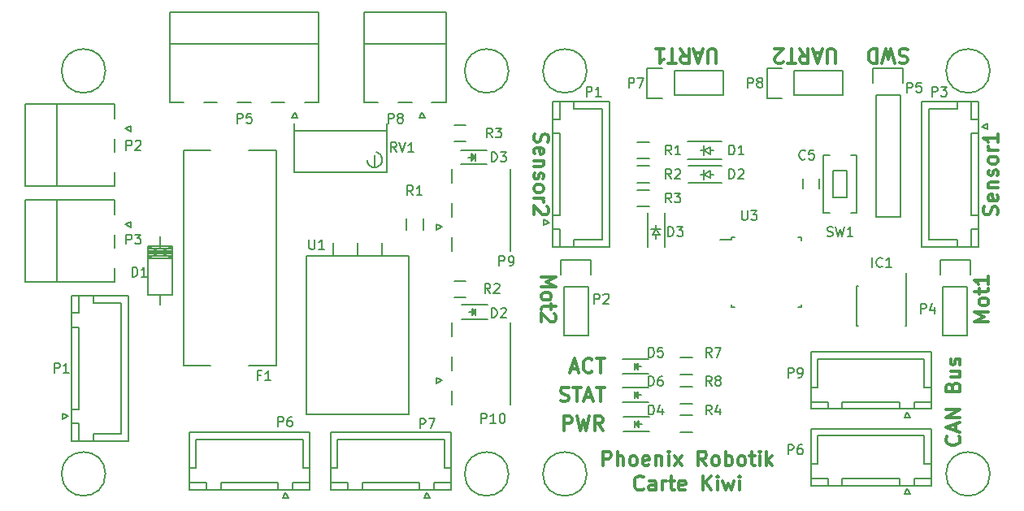
<source format=gbr>
G04 This is an RS-274x file exported by *
G04 gerbv version 2.6.1 *
G04 More information is available about gerbv at *
G04 http://gerbv.geda-project.org/ *
G04 --End of header info--*
%MOIN*%
%FSLAX34Y34*%
%IPPOS*%
G04 --Define apertures--*
%ADD10C,0.0039*%
%ADD11C,0.0118*%
%ADD12C,0.0059*%
G04 --Start main section--*
G54D11*
G01X0062250Y-037462D02*
G01X0062250Y-036871D01*
G01X0062250Y-036871D02*
G01X0062475Y-036871D01*
G01X0062475Y-036871D02*
G01X0062531Y-036900D01*
G01X0062531Y-036900D02*
G01X0062559Y-036928D01*
G01X0062559Y-036928D02*
G01X0062587Y-036984D01*
G01X0062587Y-036984D02*
G01X0062587Y-037068D01*
G01X0062587Y-037068D02*
G01X0062559Y-037125D01*
G01X0062559Y-037125D02*
G01X0062531Y-037153D01*
G01X0062531Y-037153D02*
G01X0062475Y-037181D01*
G01X0062475Y-037181D02*
G01X0062250Y-037181D01*
G01X0062840Y-037462D02*
G01X0062840Y-036871D01*
G01X0063093Y-037462D02*
G01X0063093Y-037153D01*
G01X0063093Y-037153D02*
G01X0063065Y-037096D01*
G01X0063065Y-037096D02*
G01X0063009Y-037068D01*
G01X0063009Y-037068D02*
G01X0062925Y-037068D01*
G01X0062925Y-037068D02*
G01X0062868Y-037096D01*
G01X0062868Y-037096D02*
G01X0062840Y-037125D01*
G01X0063459Y-037462D02*
G01X0063403Y-037434D01*
G01X0063403Y-037434D02*
G01X0063375Y-037406D01*
G01X0063375Y-037406D02*
G01X0063346Y-037350D01*
G01X0063346Y-037350D02*
G01X0063346Y-037181D01*
G01X0063346Y-037181D02*
G01X0063375Y-037125D01*
G01X0063375Y-037125D02*
G01X0063403Y-037096D01*
G01X0063403Y-037096D02*
G01X0063459Y-037068D01*
G01X0063459Y-037068D02*
G01X0063543Y-037068D01*
G01X0063543Y-037068D02*
G01X0063600Y-037096D01*
G01X0063600Y-037096D02*
G01X0063628Y-037125D01*
G01X0063628Y-037125D02*
G01X0063656Y-037181D01*
G01X0063656Y-037181D02*
G01X0063656Y-037350D01*
G01X0063656Y-037350D02*
G01X0063628Y-037406D01*
G01X0063628Y-037406D02*
G01X0063600Y-037434D01*
G01X0063600Y-037434D02*
G01X0063543Y-037462D01*
G01X0063543Y-037462D02*
G01X0063459Y-037462D01*
G01X0064134Y-037434D02*
G01X0064078Y-037462D01*
G01X0064078Y-037462D02*
G01X0063965Y-037462D01*
G01X0063965Y-037462D02*
G01X0063909Y-037434D01*
G01X0063909Y-037434D02*
G01X0063881Y-037378D01*
G01X0063881Y-037378D02*
G01X0063881Y-037153D01*
G01X0063881Y-037153D02*
G01X0063909Y-037096D01*
G01X0063909Y-037096D02*
G01X0063965Y-037068D01*
G01X0063965Y-037068D02*
G01X0064078Y-037068D01*
G01X0064078Y-037068D02*
G01X0064134Y-037096D01*
G01X0064134Y-037096D02*
G01X0064162Y-037153D01*
G01X0064162Y-037153D02*
G01X0064162Y-037209D01*
G01X0064162Y-037209D02*
G01X0063881Y-037265D01*
G01X0064415Y-037068D02*
G01X0064415Y-037462D01*
G01X0064415Y-037125D02*
G01X0064443Y-037096D01*
G01X0064443Y-037096D02*
G01X0064499Y-037068D01*
G01X0064499Y-037068D02*
G01X0064584Y-037068D01*
G01X0064584Y-037068D02*
G01X0064640Y-037096D01*
G01X0064640Y-037096D02*
G01X0064668Y-037153D01*
G01X0064668Y-037153D02*
G01X0064668Y-037462D01*
G01X0064949Y-037462D02*
G01X0064949Y-037068D01*
G01X0064949Y-036871D02*
G01X0064921Y-036900D01*
G01X0064921Y-036900D02*
G01X0064949Y-036928D01*
G01X0064949Y-036928D02*
G01X0064978Y-036900D01*
G01X0064978Y-036900D02*
G01X0064949Y-036871D01*
G01X0064949Y-036871D02*
G01X0064949Y-036928D01*
G01X0065174Y-037462D02*
G01X0065484Y-037068D01*
G01X0065174Y-037068D02*
G01X0065484Y-037462D01*
G01X0066496Y-037462D02*
G01X0066299Y-037181D01*
G01X0066159Y-037462D02*
G01X0066159Y-036871D01*
G01X0066159Y-036871D02*
G01X0066384Y-036871D01*
G01X0066384Y-036871D02*
G01X0066440Y-036900D01*
G01X0066440Y-036900D02*
G01X0066468Y-036928D01*
G01X0066468Y-036928D02*
G01X0066496Y-036984D01*
G01X0066496Y-036984D02*
G01X0066496Y-037068D01*
G01X0066496Y-037068D02*
G01X0066468Y-037125D01*
G01X0066468Y-037125D02*
G01X0066440Y-037153D01*
G01X0066440Y-037153D02*
G01X0066384Y-037181D01*
G01X0066384Y-037181D02*
G01X0066159Y-037181D01*
G01X0066834Y-037462D02*
G01X0066777Y-037434D01*
G01X0066777Y-037434D02*
G01X0066749Y-037406D01*
G01X0066749Y-037406D02*
G01X0066721Y-037350D01*
G01X0066721Y-037350D02*
G01X0066721Y-037181D01*
G01X0066721Y-037181D02*
G01X0066749Y-037125D01*
G01X0066749Y-037125D02*
G01X0066777Y-037096D01*
G01X0066777Y-037096D02*
G01X0066834Y-037068D01*
G01X0066834Y-037068D02*
G01X0066918Y-037068D01*
G01X0066918Y-037068D02*
G01X0066974Y-037096D01*
G01X0066974Y-037096D02*
G01X0067002Y-037125D01*
G01X0067002Y-037125D02*
G01X0067030Y-037181D01*
G01X0067030Y-037181D02*
G01X0067030Y-037350D01*
G01X0067030Y-037350D02*
G01X0067002Y-037406D01*
G01X0067002Y-037406D02*
G01X0066974Y-037434D01*
G01X0066974Y-037434D02*
G01X0066918Y-037462D01*
G01X0066918Y-037462D02*
G01X0066834Y-037462D01*
G01X0067283Y-037462D02*
G01X0067283Y-036871D01*
G01X0067283Y-037096D02*
G01X0067340Y-037068D01*
G01X0067340Y-037068D02*
G01X0067452Y-037068D01*
G01X0067452Y-037068D02*
G01X0067508Y-037096D01*
G01X0067508Y-037096D02*
G01X0067537Y-037125D01*
G01X0067537Y-037125D02*
G01X0067565Y-037181D01*
G01X0067565Y-037181D02*
G01X0067565Y-037350D01*
G01X0067565Y-037350D02*
G01X0067537Y-037406D01*
G01X0067537Y-037406D02*
G01X0067508Y-037434D01*
G01X0067508Y-037434D02*
G01X0067452Y-037462D01*
G01X0067452Y-037462D02*
G01X0067340Y-037462D01*
G01X0067340Y-037462D02*
G01X0067283Y-037434D01*
G01X0067902Y-037462D02*
G01X0067846Y-037434D01*
G01X0067846Y-037434D02*
G01X0067818Y-037406D01*
G01X0067818Y-037406D02*
G01X0067790Y-037350D01*
G01X0067790Y-037350D02*
G01X0067790Y-037181D01*
G01X0067790Y-037181D02*
G01X0067818Y-037125D01*
G01X0067818Y-037125D02*
G01X0067846Y-037096D01*
G01X0067846Y-037096D02*
G01X0067902Y-037068D01*
G01X0067902Y-037068D02*
G01X0067987Y-037068D01*
G01X0067987Y-037068D02*
G01X0068043Y-037096D01*
G01X0068043Y-037096D02*
G01X0068071Y-037125D01*
G01X0068071Y-037125D02*
G01X0068099Y-037181D01*
G01X0068099Y-037181D02*
G01X0068099Y-037350D01*
G01X0068099Y-037350D02*
G01X0068071Y-037406D01*
G01X0068071Y-037406D02*
G01X0068043Y-037434D01*
G01X0068043Y-037434D02*
G01X0067987Y-037462D01*
G01X0067987Y-037462D02*
G01X0067902Y-037462D01*
G01X0068268Y-037068D02*
G01X0068493Y-037068D01*
G01X0068352Y-036871D02*
G01X0068352Y-037378D01*
G01X0068352Y-037378D02*
G01X0068380Y-037434D01*
G01X0068380Y-037434D02*
G01X0068436Y-037462D01*
G01X0068436Y-037462D02*
G01X0068493Y-037462D01*
G01X0068690Y-037462D02*
G01X0068690Y-037068D01*
G01X0068690Y-036871D02*
G01X0068661Y-036900D01*
G01X0068661Y-036900D02*
G01X0068690Y-036928D01*
G01X0068690Y-036928D02*
G01X0068718Y-036900D01*
G01X0068718Y-036900D02*
G01X0068690Y-036871D01*
G01X0068690Y-036871D02*
G01X0068690Y-036928D01*
G01X0068971Y-037462D02*
G01X0068971Y-036871D01*
G01X0069027Y-037237D02*
G01X0069196Y-037462D01*
G01X0069196Y-037068D02*
G01X0068971Y-037293D01*
G01X0063909Y-038410D02*
G01X0063881Y-038438D01*
G01X0063881Y-038438D02*
G01X0063796Y-038466D01*
G01X0063796Y-038466D02*
G01X0063740Y-038466D01*
G01X0063740Y-038466D02*
G01X0063656Y-038438D01*
G01X0063656Y-038438D02*
G01X0063600Y-038382D01*
G01X0063600Y-038382D02*
G01X0063571Y-038325D01*
G01X0063571Y-038325D02*
G01X0063543Y-038213D01*
G01X0063543Y-038213D02*
G01X0063543Y-038129D01*
G01X0063543Y-038129D02*
G01X0063571Y-038016D01*
G01X0063571Y-038016D02*
G01X0063600Y-037960D01*
G01X0063600Y-037960D02*
G01X0063656Y-037904D01*
G01X0063656Y-037904D02*
G01X0063740Y-037875D01*
G01X0063740Y-037875D02*
G01X0063796Y-037875D01*
G01X0063796Y-037875D02*
G01X0063881Y-037904D01*
G01X0063881Y-037904D02*
G01X0063909Y-037932D01*
G01X0064415Y-038466D02*
G01X0064415Y-038157D01*
G01X0064415Y-038157D02*
G01X0064387Y-038100D01*
G01X0064387Y-038100D02*
G01X0064331Y-038072D01*
G01X0064331Y-038072D02*
G01X0064218Y-038072D01*
G01X0064218Y-038072D02*
G01X0064162Y-038100D01*
G01X0064415Y-038438D02*
G01X0064359Y-038466D01*
G01X0064359Y-038466D02*
G01X0064218Y-038466D01*
G01X0064218Y-038466D02*
G01X0064162Y-038438D01*
G01X0064162Y-038438D02*
G01X0064134Y-038382D01*
G01X0064134Y-038382D02*
G01X0064134Y-038325D01*
G01X0064134Y-038325D02*
G01X0064162Y-038269D01*
G01X0064162Y-038269D02*
G01X0064218Y-038241D01*
G01X0064218Y-038241D02*
G01X0064359Y-038241D01*
G01X0064359Y-038241D02*
G01X0064415Y-038213D01*
G01X0064696Y-038466D02*
G01X0064696Y-038072D01*
G01X0064696Y-038185D02*
G01X0064724Y-038129D01*
G01X0064724Y-038129D02*
G01X0064753Y-038100D01*
G01X0064753Y-038100D02*
G01X0064809Y-038072D01*
G01X0064809Y-038072D02*
G01X0064865Y-038072D01*
G01X0064978Y-038072D02*
G01X0065202Y-038072D01*
G01X0065062Y-037875D02*
G01X0065062Y-038382D01*
G01X0065062Y-038382D02*
G01X0065090Y-038438D01*
G01X0065090Y-038438D02*
G01X0065146Y-038466D01*
G01X0065146Y-038466D02*
G01X0065202Y-038466D01*
G01X0065624Y-038438D02*
G01X0065568Y-038466D01*
G01X0065568Y-038466D02*
G01X0065456Y-038466D01*
G01X0065456Y-038466D02*
G01X0065399Y-038438D01*
G01X0065399Y-038438D02*
G01X0065371Y-038382D01*
G01X0065371Y-038382D02*
G01X0065371Y-038157D01*
G01X0065371Y-038157D02*
G01X0065399Y-038100D01*
G01X0065399Y-038100D02*
G01X0065456Y-038072D01*
G01X0065456Y-038072D02*
G01X0065568Y-038072D01*
G01X0065568Y-038072D02*
G01X0065624Y-038100D01*
G01X0065624Y-038100D02*
G01X0065652Y-038157D01*
G01X0065652Y-038157D02*
G01X0065652Y-038213D01*
G01X0065652Y-038213D02*
G01X0065371Y-038269D01*
G01X0066355Y-038466D02*
G01X0066355Y-037875D01*
G01X0066693Y-038466D02*
G01X0066440Y-038129D01*
G01X0066693Y-037875D02*
G01X0066355Y-038213D01*
G01X0066946Y-038466D02*
G01X0066946Y-038072D01*
G01X0066946Y-037875D02*
G01X0066918Y-037904D01*
G01X0066918Y-037904D02*
G01X0066946Y-037932D01*
G01X0066946Y-037932D02*
G01X0066974Y-037904D01*
G01X0066974Y-037904D02*
G01X0066946Y-037875D01*
G01X0066946Y-037875D02*
G01X0066946Y-037932D01*
G01X0067171Y-038072D02*
G01X0067283Y-038466D01*
G01X0067283Y-038466D02*
G01X0067396Y-038185D01*
G01X0067396Y-038185D02*
G01X0067508Y-038466D01*
G01X0067508Y-038466D02*
G01X0067621Y-038072D01*
G01X0067846Y-038466D02*
G01X0067846Y-038072D01*
G01X0067846Y-037875D02*
G01X0067818Y-037904D01*
G01X0067818Y-037904D02*
G01X0067846Y-037932D01*
G01X0067846Y-037932D02*
G01X0067874Y-037904D01*
G01X0067874Y-037904D02*
G01X0067846Y-037875D01*
G01X0067846Y-037875D02*
G01X0067846Y-037932D01*
G01X0060651Y-036007D02*
G01X0060651Y-035417D01*
G01X0060651Y-035417D02*
G01X0060876Y-035417D01*
G01X0060876Y-035417D02*
G01X0060932Y-035445D01*
G01X0060932Y-035445D02*
G01X0060960Y-035473D01*
G01X0060960Y-035473D02*
G01X0060988Y-035529D01*
G01X0060988Y-035529D02*
G01X0060988Y-035614D01*
G01X0060988Y-035614D02*
G01X0060960Y-035670D01*
G01X0060960Y-035670D02*
G01X0060932Y-035698D01*
G01X0060932Y-035698D02*
G01X0060876Y-035726D01*
G01X0060876Y-035726D02*
G01X0060651Y-035726D01*
G01X0061185Y-035417D02*
G01X0061326Y-036007D01*
G01X0061326Y-036007D02*
G01X0061438Y-035585D01*
G01X0061438Y-035585D02*
G01X0061551Y-036007D01*
G01X0061551Y-036007D02*
G01X0061691Y-035417D01*
G01X0062254Y-036007D02*
G01X0062057Y-035726D01*
G01X0061916Y-036007D02*
G01X0061916Y-035417D01*
G01X0061916Y-035417D02*
G01X0062141Y-035417D01*
G01X0062141Y-035417D02*
G01X0062197Y-035445D01*
G01X0062197Y-035445D02*
G01X0062226Y-035473D01*
G01X0062226Y-035473D02*
G01X0062254Y-035529D01*
G01X0062254Y-035529D02*
G01X0062254Y-035614D01*
G01X0062254Y-035614D02*
G01X0062226Y-035670D01*
G01X0062226Y-035670D02*
G01X0062197Y-035698D01*
G01X0062197Y-035698D02*
G01X0062141Y-035726D01*
G01X0062141Y-035726D02*
G01X0061916Y-035726D01*
G01X0060510Y-034798D02*
G01X0060594Y-034826D01*
G01X0060594Y-034826D02*
G01X0060735Y-034826D01*
G01X0060735Y-034826D02*
G01X0060791Y-034798D01*
G01X0060791Y-034798D02*
G01X0060819Y-034770D01*
G01X0060819Y-034770D02*
G01X0060848Y-034714D01*
G01X0060848Y-034714D02*
G01X0060848Y-034657D01*
G01X0060848Y-034657D02*
G01X0060819Y-034601D01*
G01X0060819Y-034601D02*
G01X0060791Y-034573D01*
G01X0060791Y-034573D02*
G01X0060735Y-034545D01*
G01X0060735Y-034545D02*
G01X0060623Y-034517D01*
G01X0060623Y-034517D02*
G01X0060566Y-034489D01*
G01X0060566Y-034489D02*
G01X0060538Y-034461D01*
G01X0060538Y-034461D02*
G01X0060510Y-034404D01*
G01X0060510Y-034404D02*
G01X0060510Y-034348D01*
G01X0060510Y-034348D02*
G01X0060538Y-034292D01*
G01X0060538Y-034292D02*
G01X0060566Y-034264D01*
G01X0060566Y-034264D02*
G01X0060623Y-034236D01*
G01X0060623Y-034236D02*
G01X0060763Y-034236D01*
G01X0060763Y-034236D02*
G01X0060848Y-034264D01*
G01X0061016Y-034236D02*
G01X0061354Y-034236D01*
G01X0061185Y-034826D02*
G01X0061185Y-034236D01*
G01X0061522Y-034657D02*
G01X0061804Y-034657D01*
G01X0061466Y-034826D02*
G01X0061663Y-034236D01*
G01X0061663Y-034236D02*
G01X0061860Y-034826D01*
G01X0061972Y-034236D02*
G01X0062310Y-034236D01*
G01X0062141Y-034826D02*
G01X0062141Y-034236D01*
G01X0060932Y-033476D02*
G01X0061213Y-033476D01*
G01X0060876Y-033645D02*
G01X0061073Y-033055D01*
G01X0061073Y-033055D02*
G01X0061269Y-033645D01*
G01X0061804Y-033589D02*
G01X0061776Y-033617D01*
G01X0061776Y-033617D02*
G01X0061691Y-033645D01*
G01X0061691Y-033645D02*
G01X0061635Y-033645D01*
G01X0061635Y-033645D02*
G01X0061551Y-033617D01*
G01X0061551Y-033617D02*
G01X0061494Y-033561D01*
G01X0061494Y-033561D02*
G01X0061466Y-033504D01*
G01X0061466Y-033504D02*
G01X0061438Y-033392D01*
G01X0061438Y-033392D02*
G01X0061438Y-033308D01*
G01X0061438Y-033308D02*
G01X0061466Y-033195D01*
G01X0061466Y-033195D02*
G01X0061494Y-033139D01*
G01X0061494Y-033139D02*
G01X0061551Y-033083D01*
G01X0061551Y-033083D02*
G01X0061635Y-033055D01*
G01X0061635Y-033055D02*
G01X0061691Y-033055D01*
G01X0061691Y-033055D02*
G01X0061776Y-033083D01*
G01X0061776Y-033083D02*
G01X0061804Y-033111D01*
G01X0061972Y-033055D02*
G01X0062310Y-033055D01*
G01X0062141Y-033645D02*
G01X0062141Y-033055D01*
G01X0066897Y-020945D02*
G01X0066897Y-020467D01*
G01X0066897Y-020467D02*
G01X0066868Y-020411D01*
G01X0066868Y-020411D02*
G01X0066840Y-020383D01*
G01X0066840Y-020383D02*
G01X0066784Y-020355D01*
G01X0066784Y-020355D02*
G01X0066672Y-020355D01*
G01X0066672Y-020355D02*
G01X0066615Y-020383D01*
G01X0066615Y-020383D02*
G01X0066587Y-020411D01*
G01X0066587Y-020411D02*
G01X0066559Y-020467D01*
G01X0066559Y-020467D02*
G01X0066559Y-020945D01*
G01X0066306Y-020524D02*
G01X0066025Y-020524D01*
G01X0066362Y-020355D02*
G01X0066165Y-020945D01*
G01X0066165Y-020945D02*
G01X0065969Y-020355D01*
G01X0065434Y-020355D02*
G01X0065631Y-020636D01*
G01X0065772Y-020355D02*
G01X0065772Y-020945D01*
G01X0065772Y-020945D02*
G01X0065547Y-020945D01*
G01X0065547Y-020945D02*
G01X0065490Y-020917D01*
G01X0065490Y-020917D02*
G01X0065462Y-020889D01*
G01X0065462Y-020889D02*
G01X0065434Y-020833D01*
G01X0065434Y-020833D02*
G01X0065434Y-020749D01*
G01X0065434Y-020749D02*
G01X0065462Y-020692D01*
G01X0065462Y-020692D02*
G01X0065490Y-020664D01*
G01X0065490Y-020664D02*
G01X0065547Y-020636D01*
G01X0065547Y-020636D02*
G01X0065772Y-020636D01*
G01X0065265Y-020945D02*
G01X0064928Y-020945D01*
G01X0065097Y-020355D02*
G01X0065097Y-020945D01*
G01X0064422Y-020355D02*
G01X0064759Y-020355D01*
G01X0064591Y-020355D02*
G01X0064591Y-020945D01*
G01X0064591Y-020945D02*
G01X0064647Y-020861D01*
G01X0064647Y-020861D02*
G01X0064703Y-020805D01*
G01X0064703Y-020805D02*
G01X0064759Y-020777D01*
G01X0071778Y-020945D02*
G01X0071778Y-020467D01*
G01X0071778Y-020467D02*
G01X0071750Y-020411D01*
G01X0071750Y-020411D02*
G01X0071722Y-020383D01*
G01X0071722Y-020383D02*
G01X0071666Y-020355D01*
G01X0071666Y-020355D02*
G01X0071553Y-020355D01*
G01X0071553Y-020355D02*
G01X0071497Y-020383D01*
G01X0071497Y-020383D02*
G01X0071469Y-020411D01*
G01X0071469Y-020411D02*
G01X0071441Y-020467D01*
G01X0071441Y-020467D02*
G01X0071441Y-020945D01*
G01X0071188Y-020524D02*
G01X0070907Y-020524D01*
G01X0071244Y-020355D02*
G01X0071047Y-020945D01*
G01X0071047Y-020945D02*
G01X0070850Y-020355D01*
G01X0070316Y-020355D02*
G01X0070513Y-020636D01*
G01X0070654Y-020355D02*
G01X0070654Y-020945D01*
G01X0070654Y-020945D02*
G01X0070429Y-020945D01*
G01X0070429Y-020945D02*
G01X0070372Y-020917D01*
G01X0070372Y-020917D02*
G01X0070344Y-020889D01*
G01X0070344Y-020889D02*
G01X0070316Y-020833D01*
G01X0070316Y-020833D02*
G01X0070316Y-020749D01*
G01X0070316Y-020749D02*
G01X0070344Y-020692D01*
G01X0070344Y-020692D02*
G01X0070372Y-020664D01*
G01X0070372Y-020664D02*
G01X0070429Y-020636D01*
G01X0070429Y-020636D02*
G01X0070654Y-020636D01*
G01X0070147Y-020945D02*
G01X0069810Y-020945D01*
G01X0069979Y-020355D02*
G01X0069979Y-020945D01*
G01X0069641Y-020889D02*
G01X0069613Y-020917D01*
G01X0069613Y-020917D02*
G01X0069557Y-020945D01*
G01X0069557Y-020945D02*
G01X0069416Y-020945D01*
G01X0069416Y-020945D02*
G01X0069360Y-020917D01*
G01X0069360Y-020917D02*
G01X0069332Y-020889D01*
G01X0069332Y-020889D02*
G01X0069304Y-020833D01*
G01X0069304Y-020833D02*
G01X0069304Y-020777D01*
G01X0069304Y-020777D02*
G01X0069332Y-020692D01*
G01X0069332Y-020692D02*
G01X0069669Y-020355D01*
G01X0069669Y-020355D02*
G01X0069304Y-020355D01*
G01X0059450Y-023845D02*
G01X0059422Y-023929D01*
G01X0059422Y-023929D02*
G01X0059422Y-024070D01*
G01X0059422Y-024070D02*
G01X0059450Y-024126D01*
G01X0059450Y-024126D02*
G01X0059478Y-024154D01*
G01X0059478Y-024154D02*
G01X0059534Y-024182D01*
G01X0059534Y-024182D02*
G01X0059591Y-024182D01*
G01X0059591Y-024182D02*
G01X0059647Y-024154D01*
G01X0059647Y-024154D02*
G01X0059675Y-024126D01*
G01X0059675Y-024126D02*
G01X0059703Y-024070D01*
G01X0059703Y-024070D02*
G01X0059731Y-023957D01*
G01X0059731Y-023957D02*
G01X0059759Y-023901D01*
G01X0059759Y-023901D02*
G01X0059787Y-023873D01*
G01X0059787Y-023873D02*
G01X0059844Y-023845D01*
G01X0059844Y-023845D02*
G01X0059900Y-023845D01*
G01X0059900Y-023845D02*
G01X0059956Y-023873D01*
G01X0059956Y-023873D02*
G01X0059984Y-023901D01*
G01X0059984Y-023901D02*
G01X0060012Y-023957D01*
G01X0060012Y-023957D02*
G01X0060012Y-024098D01*
G01X0060012Y-024098D02*
G01X0059984Y-024182D01*
G01X0059450Y-024660D02*
G01X0059422Y-024604D01*
G01X0059422Y-024604D02*
G01X0059422Y-024492D01*
G01X0059422Y-024492D02*
G01X0059450Y-024435D01*
G01X0059450Y-024435D02*
G01X0059506Y-024407D01*
G01X0059506Y-024407D02*
G01X0059731Y-024407D01*
G01X0059731Y-024407D02*
G01X0059787Y-024435D01*
G01X0059787Y-024435D02*
G01X0059816Y-024492D01*
G01X0059816Y-024492D02*
G01X0059816Y-024604D01*
G01X0059816Y-024604D02*
G01X0059787Y-024660D01*
G01X0059787Y-024660D02*
G01X0059731Y-024688D01*
G01X0059731Y-024688D02*
G01X0059675Y-024688D01*
G01X0059675Y-024688D02*
G01X0059619Y-024407D01*
G01X0059816Y-024942D02*
G01X0059422Y-024942D01*
G01X0059759Y-024942D02*
G01X0059787Y-024970D01*
G01X0059787Y-024970D02*
G01X0059816Y-025026D01*
G01X0059816Y-025026D02*
G01X0059816Y-025110D01*
G01X0059816Y-025110D02*
G01X0059787Y-025166D01*
G01X0059787Y-025166D02*
G01X0059731Y-025195D01*
G01X0059731Y-025195D02*
G01X0059422Y-025195D01*
G01X0059450Y-025448D02*
G01X0059422Y-025504D01*
G01X0059422Y-025504D02*
G01X0059422Y-025616D01*
G01X0059422Y-025616D02*
G01X0059450Y-025673D01*
G01X0059450Y-025673D02*
G01X0059506Y-025701D01*
G01X0059506Y-025701D02*
G01X0059534Y-025701D01*
G01X0059534Y-025701D02*
G01X0059591Y-025673D01*
G01X0059591Y-025673D02*
G01X0059619Y-025616D01*
G01X0059619Y-025616D02*
G01X0059619Y-025532D01*
G01X0059619Y-025532D02*
G01X0059647Y-025476D01*
G01X0059647Y-025476D02*
G01X0059703Y-025448D01*
G01X0059703Y-025448D02*
G01X0059731Y-025448D01*
G01X0059731Y-025448D02*
G01X0059787Y-025476D01*
G01X0059787Y-025476D02*
G01X0059816Y-025532D01*
G01X0059816Y-025532D02*
G01X0059816Y-025616D01*
G01X0059816Y-025616D02*
G01X0059787Y-025673D01*
G01X0059422Y-026038D02*
G01X0059450Y-025982D01*
G01X0059450Y-025982D02*
G01X0059478Y-025954D01*
G01X0059478Y-025954D02*
G01X0059534Y-025926D01*
G01X0059534Y-025926D02*
G01X0059703Y-025926D01*
G01X0059703Y-025926D02*
G01X0059759Y-025954D01*
G01X0059759Y-025954D02*
G01X0059787Y-025982D01*
G01X0059787Y-025982D02*
G01X0059816Y-026038D01*
G01X0059816Y-026038D02*
G01X0059816Y-026123D01*
G01X0059816Y-026123D02*
G01X0059787Y-026179D01*
G01X0059787Y-026179D02*
G01X0059759Y-026207D01*
G01X0059759Y-026207D02*
G01X0059703Y-026235D01*
G01X0059703Y-026235D02*
G01X0059534Y-026235D01*
G01X0059534Y-026235D02*
G01X0059478Y-026207D01*
G01X0059478Y-026207D02*
G01X0059450Y-026179D01*
G01X0059450Y-026179D02*
G01X0059422Y-026123D01*
G01X0059422Y-026123D02*
G01X0059422Y-026038D01*
G01X0059422Y-026488D02*
G01X0059816Y-026488D01*
G01X0059703Y-026488D02*
G01X0059759Y-026516D01*
G01X0059759Y-026516D02*
G01X0059787Y-026544D01*
G01X0059787Y-026544D02*
G01X0059816Y-026601D01*
G01X0059816Y-026601D02*
G01X0059816Y-026657D01*
G01X0059956Y-026826D02*
G01X0059984Y-026854D01*
G01X0059984Y-026854D02*
G01X0060012Y-026910D01*
G01X0060012Y-026910D02*
G01X0060012Y-027051D01*
G01X0060012Y-027051D02*
G01X0059984Y-027107D01*
G01X0059984Y-027107D02*
G01X0059956Y-027135D01*
G01X0059956Y-027135D02*
G01X0059900Y-027163D01*
G01X0059900Y-027163D02*
G01X0059844Y-027163D01*
G01X0059844Y-027163D02*
G01X0059759Y-027135D01*
G01X0059759Y-027135D02*
G01X0059422Y-026798D01*
G01X0059422Y-026798D02*
G01X0059422Y-027163D01*
G01X0078432Y-027163D02*
G01X0078460Y-027079D01*
G01X0078460Y-027079D02*
G01X0078460Y-026938D01*
G01X0078460Y-026938D02*
G01X0078432Y-026882D01*
G01X0078432Y-026882D02*
G01X0078404Y-026854D01*
G01X0078404Y-026854D02*
G01X0078348Y-026826D01*
G01X0078348Y-026826D02*
G01X0078291Y-026826D01*
G01X0078291Y-026826D02*
G01X0078235Y-026854D01*
G01X0078235Y-026854D02*
G01X0078207Y-026882D01*
G01X0078207Y-026882D02*
G01X0078179Y-026938D01*
G01X0078179Y-026938D02*
G01X0078151Y-027051D01*
G01X0078151Y-027051D02*
G01X0078123Y-027107D01*
G01X0078123Y-027107D02*
G01X0078094Y-027135D01*
G01X0078094Y-027135D02*
G01X0078038Y-027163D01*
G01X0078038Y-027163D02*
G01X0077982Y-027163D01*
G01X0077982Y-027163D02*
G01X0077926Y-027135D01*
G01X0077926Y-027135D02*
G01X0077898Y-027107D01*
G01X0077898Y-027107D02*
G01X0077870Y-027051D01*
G01X0077870Y-027051D02*
G01X0077870Y-026910D01*
G01X0077870Y-026910D02*
G01X0077898Y-026826D01*
G01X0078432Y-026348D02*
G01X0078460Y-026404D01*
G01X0078460Y-026404D02*
G01X0078460Y-026516D01*
G01X0078460Y-026516D02*
G01X0078432Y-026573D01*
G01X0078432Y-026573D02*
G01X0078376Y-026601D01*
G01X0078376Y-026601D02*
G01X0078151Y-026601D01*
G01X0078151Y-026601D02*
G01X0078094Y-026573D01*
G01X0078094Y-026573D02*
G01X0078066Y-026516D01*
G01X0078066Y-026516D02*
G01X0078066Y-026404D01*
G01X0078066Y-026404D02*
G01X0078094Y-026348D01*
G01X0078094Y-026348D02*
G01X0078151Y-026319D01*
G01X0078151Y-026319D02*
G01X0078207Y-026319D01*
G01X0078207Y-026319D02*
G01X0078263Y-026601D01*
G01X0078066Y-026066D02*
G01X0078460Y-026066D01*
G01X0078123Y-026066D02*
G01X0078094Y-026038D01*
G01X0078094Y-026038D02*
G01X0078066Y-025982D01*
G01X0078066Y-025982D02*
G01X0078066Y-025898D01*
G01X0078066Y-025898D02*
G01X0078094Y-025841D01*
G01X0078094Y-025841D02*
G01X0078151Y-025813D01*
G01X0078151Y-025813D02*
G01X0078460Y-025813D01*
G01X0078432Y-025560D02*
G01X0078460Y-025504D01*
G01X0078460Y-025504D02*
G01X0078460Y-025391D01*
G01X0078460Y-025391D02*
G01X0078432Y-025335D01*
G01X0078432Y-025335D02*
G01X0078376Y-025307D01*
G01X0078376Y-025307D02*
G01X0078348Y-025307D01*
G01X0078348Y-025307D02*
G01X0078291Y-025335D01*
G01X0078291Y-025335D02*
G01X0078263Y-025391D01*
G01X0078263Y-025391D02*
G01X0078263Y-025476D01*
G01X0078263Y-025476D02*
G01X0078235Y-025532D01*
G01X0078235Y-025532D02*
G01X0078179Y-025560D01*
G01X0078179Y-025560D02*
G01X0078151Y-025560D01*
G01X0078151Y-025560D02*
G01X0078094Y-025532D01*
G01X0078094Y-025532D02*
G01X0078066Y-025476D01*
G01X0078066Y-025476D02*
G01X0078066Y-025391D01*
G01X0078066Y-025391D02*
G01X0078094Y-025335D01*
G01X0078460Y-024970D02*
G01X0078432Y-025026D01*
G01X0078432Y-025026D02*
G01X0078404Y-025054D01*
G01X0078404Y-025054D02*
G01X0078348Y-025082D01*
G01X0078348Y-025082D02*
G01X0078179Y-025082D01*
G01X0078179Y-025082D02*
G01X0078123Y-025054D01*
G01X0078123Y-025054D02*
G01X0078094Y-025026D01*
G01X0078094Y-025026D02*
G01X0078066Y-024970D01*
G01X0078066Y-024970D02*
G01X0078066Y-024885D01*
G01X0078066Y-024885D02*
G01X0078094Y-024829D01*
G01X0078094Y-024829D02*
G01X0078123Y-024801D01*
G01X0078123Y-024801D02*
G01X0078179Y-024773D01*
G01X0078179Y-024773D02*
G01X0078348Y-024773D01*
G01X0078348Y-024773D02*
G01X0078404Y-024801D01*
G01X0078404Y-024801D02*
G01X0078432Y-024829D01*
G01X0078432Y-024829D02*
G01X0078460Y-024885D01*
G01X0078460Y-024885D02*
G01X0078460Y-024970D01*
G01X0078460Y-024520D02*
G01X0078066Y-024520D01*
G01X0078179Y-024520D02*
G01X0078123Y-024492D01*
G01X0078123Y-024492D02*
G01X0078094Y-024463D01*
G01X0078094Y-024463D02*
G01X0078066Y-024407D01*
G01X0078066Y-024407D02*
G01X0078066Y-024351D01*
G01X0078460Y-023845D02*
G01X0078460Y-024182D01*
G01X0078460Y-024013D02*
G01X0077870Y-024013D01*
G01X0077870Y-024013D02*
G01X0077954Y-024070D01*
G01X0077954Y-024070D02*
G01X0078010Y-024126D01*
G01X0078010Y-024126D02*
G01X0078038Y-024182D01*
G01X0059737Y-029708D02*
G01X0060327Y-029708D01*
G01X0060327Y-029708D02*
G01X0059906Y-029905D01*
G01X0059906Y-029905D02*
G01X0060327Y-030102D01*
G01X0060327Y-030102D02*
G01X0059737Y-030102D01*
G01X0059737Y-030467D02*
G01X0059765Y-030411D01*
G01X0059765Y-030411D02*
G01X0059793Y-030383D01*
G01X0059793Y-030383D02*
G01X0059849Y-030355D01*
G01X0059849Y-030355D02*
G01X0060018Y-030355D01*
G01X0060018Y-030355D02*
G01X0060074Y-030383D01*
G01X0060074Y-030383D02*
G01X0060102Y-030411D01*
G01X0060102Y-030411D02*
G01X0060130Y-030467D01*
G01X0060130Y-030467D02*
G01X0060130Y-030552D01*
G01X0060130Y-030552D02*
G01X0060102Y-030608D01*
G01X0060102Y-030608D02*
G01X0060074Y-030636D01*
G01X0060074Y-030636D02*
G01X0060018Y-030664D01*
G01X0060018Y-030664D02*
G01X0059849Y-030664D01*
G01X0059849Y-030664D02*
G01X0059793Y-030636D01*
G01X0059793Y-030636D02*
G01X0059765Y-030608D01*
G01X0059765Y-030608D02*
G01X0059737Y-030552D01*
G01X0059737Y-030552D02*
G01X0059737Y-030467D01*
G01X0060130Y-030833D02*
G01X0060130Y-031058D01*
G01X0060327Y-030917D02*
G01X0059821Y-030917D01*
G01X0059821Y-030917D02*
G01X0059765Y-030945D01*
G01X0059765Y-030945D02*
G01X0059737Y-031002D01*
G01X0059737Y-031002D02*
G01X0059737Y-031058D01*
G01X0060271Y-031227D02*
G01X0060299Y-031255D01*
G01X0060299Y-031255D02*
G01X0060327Y-031311D01*
G01X0060327Y-031311D02*
G01X0060327Y-031452D01*
G01X0060327Y-031452D02*
G01X0060299Y-031508D01*
G01X0060299Y-031508D02*
G01X0060271Y-031536D01*
G01X0060271Y-031536D02*
G01X0060215Y-031564D01*
G01X0060215Y-031564D02*
G01X0060159Y-031564D01*
G01X0060159Y-031564D02*
G01X0060074Y-031536D01*
G01X0060074Y-031536D02*
G01X0059737Y-031199D01*
G01X0059737Y-031199D02*
G01X0059737Y-031564D01*
G01X0078066Y-031536D02*
G01X0077476Y-031536D01*
G01X0077476Y-031536D02*
G01X0077898Y-031339D01*
G01X0077898Y-031339D02*
G01X0077476Y-031142D01*
G01X0077476Y-031142D02*
G01X0078066Y-031142D01*
G01X0078066Y-030777D02*
G01X0078038Y-030833D01*
G01X0078038Y-030833D02*
G01X0078010Y-030861D01*
G01X0078010Y-030861D02*
G01X0077954Y-030889D01*
G01X0077954Y-030889D02*
G01X0077785Y-030889D01*
G01X0077785Y-030889D02*
G01X0077729Y-030861D01*
G01X0077729Y-030861D02*
G01X0077701Y-030833D01*
G01X0077701Y-030833D02*
G01X0077673Y-030777D01*
G01X0077673Y-030777D02*
G01X0077673Y-030692D01*
G01X0077673Y-030692D02*
G01X0077701Y-030636D01*
G01X0077701Y-030636D02*
G01X0077729Y-030608D01*
G01X0077729Y-030608D02*
G01X0077785Y-030580D01*
G01X0077785Y-030580D02*
G01X0077954Y-030580D01*
G01X0077954Y-030580D02*
G01X0078010Y-030608D01*
G01X0078010Y-030608D02*
G01X0078038Y-030636D01*
G01X0078038Y-030636D02*
G01X0078066Y-030692D01*
G01X0078066Y-030692D02*
G01X0078066Y-030777D01*
G01X0077673Y-030411D02*
G01X0077673Y-030186D01*
G01X0077476Y-030327D02*
G01X0077982Y-030327D01*
G01X0077982Y-030327D02*
G01X0078038Y-030299D01*
G01X0078038Y-030299D02*
G01X0078066Y-030242D01*
G01X0078066Y-030242D02*
G01X0078066Y-030186D01*
G01X0078066Y-029680D02*
G01X0078066Y-030017D01*
G01X0078066Y-029849D02*
G01X0077476Y-029849D01*
G01X0077476Y-029849D02*
G01X0077560Y-029905D01*
G01X0077560Y-029905D02*
G01X0077616Y-029961D01*
G01X0077616Y-029961D02*
G01X0077645Y-030017D01*
G01X0076845Y-036249D02*
G01X0076873Y-036277D01*
G01X0076873Y-036277D02*
G01X0076901Y-036361D01*
G01X0076901Y-036361D02*
G01X0076901Y-036417D01*
G01X0076901Y-036417D02*
G01X0076873Y-036502D01*
G01X0076873Y-036502D02*
G01X0076817Y-036558D01*
G01X0076817Y-036558D02*
G01X0076760Y-036586D01*
G01X0076760Y-036586D02*
G01X0076648Y-036614D01*
G01X0076648Y-036614D02*
G01X0076564Y-036614D01*
G01X0076564Y-036614D02*
G01X0076451Y-036586D01*
G01X0076451Y-036586D02*
G01X0076395Y-036558D01*
G01X0076395Y-036558D02*
G01X0076339Y-036502D01*
G01X0076339Y-036502D02*
G01X0076310Y-036417D01*
G01X0076310Y-036417D02*
G01X0076310Y-036361D01*
G01X0076310Y-036361D02*
G01X0076339Y-036277D01*
G01X0076339Y-036277D02*
G01X0076367Y-036249D01*
G01X0076732Y-036024D02*
G01X0076732Y-035742D01*
G01X0076901Y-036080D02*
G01X0076310Y-035883D01*
G01X0076310Y-035883D02*
G01X0076901Y-035686D01*
G01X0076901Y-035489D02*
G01X0076310Y-035489D01*
G01X0076310Y-035489D02*
G01X0076901Y-035152D01*
G01X0076901Y-035152D02*
G01X0076310Y-035152D01*
G01X0076592Y-034224D02*
G01X0076620Y-034139D01*
G01X0076620Y-034139D02*
G01X0076648Y-034111D01*
G01X0076648Y-034111D02*
G01X0076704Y-034083D01*
G01X0076704Y-034083D02*
G01X0076789Y-034083D01*
G01X0076789Y-034083D02*
G01X0076845Y-034111D01*
G01X0076845Y-034111D02*
G01X0076873Y-034139D01*
G01X0076873Y-034139D02*
G01X0076901Y-034196D01*
G01X0076901Y-034196D02*
G01X0076901Y-034421D01*
G01X0076901Y-034421D02*
G01X0076310Y-034421D01*
G01X0076310Y-034421D02*
G01X0076310Y-034224D01*
G01X0076310Y-034224D02*
G01X0076339Y-034168D01*
G01X0076339Y-034168D02*
G01X0076367Y-034139D01*
G01X0076367Y-034139D02*
G01X0076423Y-034111D01*
G01X0076423Y-034111D02*
G01X0076479Y-034111D01*
G01X0076479Y-034111D02*
G01X0076535Y-034139D01*
G01X0076535Y-034139D02*
G01X0076564Y-034168D01*
G01X0076564Y-034168D02*
G01X0076592Y-034224D01*
G01X0076592Y-034224D02*
G01X0076592Y-034421D01*
G01X0076507Y-033577D02*
G01X0076901Y-033577D01*
G01X0076507Y-033830D02*
G01X0076817Y-033830D01*
G01X0076817Y-033830D02*
G01X0076873Y-033802D01*
G01X0076873Y-033802D02*
G01X0076901Y-033746D01*
G01X0076901Y-033746D02*
G01X0076901Y-033661D01*
G01X0076901Y-033661D02*
G01X0076873Y-033605D01*
G01X0076873Y-033605D02*
G01X0076845Y-033577D01*
G01X0076873Y-033324D02*
G01X0076901Y-033268D01*
G01X0076901Y-033268D02*
G01X0076901Y-033155D01*
G01X0076901Y-033155D02*
G01X0076873Y-033099D01*
G01X0076873Y-033099D02*
G01X0076817Y-033071D01*
G01X0076817Y-033071D02*
G01X0076789Y-033071D01*
G01X0076789Y-033071D02*
G01X0076732Y-033099D01*
G01X0076732Y-033099D02*
G01X0076704Y-033155D01*
G01X0076704Y-033155D02*
G01X0076704Y-033240D01*
G01X0076704Y-033240D02*
G01X0076676Y-033296D01*
G01X0076676Y-033296D02*
G01X0076620Y-033324D01*
G01X0076620Y-033324D02*
G01X0076592Y-033324D01*
G01X0076592Y-033324D02*
G01X0076535Y-033296D01*
G01X0076535Y-033296D02*
G01X0076507Y-033240D01*
G01X0076507Y-033240D02*
G01X0076507Y-033155D01*
G01X0076507Y-033155D02*
G01X0076535Y-033099D01*
G01X0074742Y-020383D02*
G01X0074658Y-020355D01*
G01X0074658Y-020355D02*
G01X0074517Y-020355D01*
G01X0074517Y-020355D02*
G01X0074461Y-020383D01*
G01X0074461Y-020383D02*
G01X0074433Y-020411D01*
G01X0074433Y-020411D02*
G01X0074405Y-020467D01*
G01X0074405Y-020467D02*
G01X0074405Y-020524D01*
G01X0074405Y-020524D02*
G01X0074433Y-020580D01*
G01X0074433Y-020580D02*
G01X0074461Y-020608D01*
G01X0074461Y-020608D02*
G01X0074517Y-020636D01*
G01X0074517Y-020636D02*
G01X0074630Y-020664D01*
G01X0074630Y-020664D02*
G01X0074686Y-020692D01*
G01X0074686Y-020692D02*
G01X0074714Y-020720D01*
G01X0074714Y-020720D02*
G01X0074742Y-020777D01*
G01X0074742Y-020777D02*
G01X0074742Y-020833D01*
G01X0074742Y-020833D02*
G01X0074714Y-020889D01*
G01X0074714Y-020889D02*
G01X0074686Y-020917D01*
G01X0074686Y-020917D02*
G01X0074630Y-020945D01*
G01X0074630Y-020945D02*
G01X0074489Y-020945D01*
G01X0074489Y-020945D02*
G01X0074405Y-020917D01*
G01X0074208Y-020945D02*
G01X0074067Y-020355D01*
G01X0074067Y-020355D02*
G01X0073955Y-020777D01*
G01X0073955Y-020777D02*
G01X0073843Y-020355D01*
G01X0073843Y-020355D02*
G01X0073702Y-020945D01*
G01X0073477Y-020355D02*
G01X0073477Y-020945D01*
G01X0073477Y-020945D02*
G01X0073336Y-020945D01*
G01X0073336Y-020945D02*
G01X0073252Y-020917D01*
G01X0073252Y-020917D02*
G01X0073196Y-020861D01*
G01X0073196Y-020861D02*
G01X0073168Y-020805D01*
G01X0073168Y-020805D02*
G01X0073139Y-020692D01*
G01X0073139Y-020692D02*
G01X0073139Y-020608D01*
G01X0073139Y-020608D02*
G01X0073168Y-020496D01*
G01X0073168Y-020496D02*
G01X0073196Y-020439D01*
G01X0073196Y-020439D02*
G01X0073252Y-020383D01*
G01X0073252Y-020383D02*
G01X0073336Y-020355D01*
G01X0073336Y-020355D02*
G01X0073477Y-020355D01*
G54D12*
G01X0050236Y-038435D02*
G01X0050236Y-036093D01*
G01X0050236Y-036093D02*
G01X0045276Y-036093D01*
G01X0045276Y-036093D02*
G01X0045276Y-038435D01*
G01X0045276Y-038435D02*
G01X0050236Y-038435D01*
G01X0048937Y-038435D02*
G01X0048937Y-038140D01*
G01X0048937Y-038140D02*
G01X0046575Y-038140D01*
G01X0046575Y-038140D02*
G01X0046575Y-038435D01*
G01X0046575Y-038435D02*
G01X0048937Y-038435D01*
G01X0050236Y-038435D02*
G01X0050236Y-038140D01*
G01X0050236Y-038140D02*
G01X0049528Y-038140D01*
G01X0049528Y-038140D02*
G01X0049528Y-038435D01*
G01X0049528Y-038435D02*
G01X0050236Y-038435D01*
G01X0045984Y-038435D02*
G01X0045984Y-038140D01*
G01X0045984Y-038140D02*
G01X0045276Y-038140D01*
G01X0045276Y-038140D02*
G01X0045276Y-038435D01*
G01X0045276Y-038435D02*
G01X0045984Y-038435D01*
G01X0050236Y-037549D02*
G01X0049941Y-037549D01*
G01X0049941Y-037549D02*
G01X0049941Y-036388D01*
G01X0049941Y-036388D02*
G01X0047756Y-036388D01*
G01X0045276Y-037549D02*
G01X0045571Y-037549D01*
G01X0045571Y-037549D02*
G01X0045571Y-036388D01*
G01X0045571Y-036388D02*
G01X0047756Y-036388D01*
G01X0049232Y-038553D02*
G01X0049350Y-038789D01*
G01X0049350Y-038789D02*
G01X0049114Y-038789D01*
G01X0049114Y-038789D02*
G01X0049232Y-038553D01*
G01X0053185Y-028866D02*
G01X0053185Y-028316D01*
G01X0052185Y-028866D02*
G01X0052185Y-028316D01*
G01X0051185Y-028866D02*
G01X0051185Y-028316D01*
G01X0050085Y-032216D02*
G01X0050085Y-035366D01*
G01X0050085Y-035366D02*
G01X0054285Y-035366D01*
G01X0054285Y-035366D02*
G01X0054285Y-032216D01*
G01X0050085Y-028866D02*
G01X0050085Y-032216D01*
G01X0054285Y-032216D02*
G01X0054285Y-028866D01*
G01X0052185Y-028866D02*
G01X0054285Y-028866D01*
G01X0052185Y-028866D02*
G01X0050085Y-028866D01*
G01X0048839Y-024508D02*
G01X0047736Y-024508D01*
G01X0046161Y-024508D02*
G01X0045059Y-024508D01*
G01X0046161Y-033366D02*
G01X0045059Y-033366D01*
G01X0045059Y-033366D02*
G01X0045059Y-024508D01*
G01X0048839Y-033366D02*
G01X0048839Y-024508D01*
G01X0048839Y-033366D02*
G01X0047736Y-033366D01*
G01X0056051Y-034953D02*
G01X0056051Y-034370D01*
G01X0056051Y-031583D02*
G01X0056051Y-032165D01*
G01X0056051Y-033543D02*
G01X0056051Y-032992D01*
G01X0058445Y-034953D02*
G01X0058445Y-031583D01*
G01X0055650Y-033957D02*
G01X0055413Y-033839D01*
G01X0055413Y-033839D02*
G01X0055413Y-034075D01*
G01X0055413Y-034075D02*
G01X0055650Y-033957D01*
G01X0056033Y-038435D02*
G01X0056033Y-036093D01*
G01X0056033Y-036093D02*
G01X0051073Y-036093D01*
G01X0051073Y-036093D02*
G01X0051073Y-038435D01*
G01X0051073Y-038435D02*
G01X0056033Y-038435D01*
G01X0054734Y-038435D02*
G01X0054734Y-038140D01*
G01X0054734Y-038140D02*
G01X0052372Y-038140D01*
G01X0052372Y-038140D02*
G01X0052372Y-038435D01*
G01X0052372Y-038435D02*
G01X0054734Y-038435D01*
G01X0056033Y-038435D02*
G01X0056033Y-038140D01*
G01X0056033Y-038140D02*
G01X0055325Y-038140D01*
G01X0055325Y-038140D02*
G01X0055325Y-038435D01*
G01X0055325Y-038435D02*
G01X0056033Y-038435D01*
G01X0051781Y-038435D02*
G01X0051781Y-038140D01*
G01X0051781Y-038140D02*
G01X0051073Y-038140D01*
G01X0051073Y-038140D02*
G01X0051073Y-038435D01*
G01X0051073Y-038435D02*
G01X0051781Y-038435D01*
G01X0056033Y-037549D02*
G01X0055738Y-037549D01*
G01X0055738Y-037549D02*
G01X0055738Y-036388D01*
G01X0055738Y-036388D02*
G01X0053553Y-036388D01*
G01X0051073Y-037549D02*
G01X0051368Y-037549D01*
G01X0051368Y-037549D02*
G01X0051368Y-036388D01*
G01X0051368Y-036388D02*
G01X0053553Y-036388D01*
G01X0055030Y-038553D02*
G01X0055148Y-038789D01*
G01X0055148Y-038789D02*
G01X0054911Y-038789D01*
G01X0054911Y-038789D02*
G01X0055030Y-038553D01*
G01X0040453Y-036437D02*
G01X0042795Y-036437D01*
G01X0042795Y-036437D02*
G01X0042795Y-030492D01*
G01X0042795Y-030492D02*
G01X0040453Y-030492D01*
G01X0040453Y-030492D02*
G01X0040453Y-036437D01*
G01X0040453Y-035138D02*
G01X0040748Y-035138D01*
G01X0040748Y-035138D02*
G01X0040748Y-031791D01*
G01X0040748Y-031791D02*
G01X0040453Y-031791D01*
G01X0040453Y-031791D02*
G01X0040453Y-035138D01*
G01X0040453Y-036437D02*
G01X0040748Y-036437D01*
G01X0040748Y-036437D02*
G01X0040748Y-035728D01*
G01X0040748Y-035728D02*
G01X0040453Y-035728D01*
G01X0040453Y-035728D02*
G01X0040453Y-036437D01*
G01X0040453Y-031201D02*
G01X0040748Y-031201D01*
G01X0040748Y-031201D02*
G01X0040748Y-030492D01*
G01X0040748Y-030492D02*
G01X0040453Y-030492D01*
G01X0040453Y-030492D02*
G01X0040453Y-031201D01*
G01X0041339Y-036437D02*
G01X0041339Y-036142D01*
G01X0041339Y-036142D02*
G01X0042500Y-036142D01*
G01X0042500Y-036142D02*
G01X0042500Y-033465D01*
G01X0041339Y-030492D02*
G01X0041339Y-030787D01*
G01X0041339Y-030787D02*
G01X0042500Y-030787D01*
G01X0042500Y-030787D02*
G01X0042500Y-033465D01*
G01X0040335Y-035433D02*
G01X0040098Y-035551D01*
G01X0040098Y-035551D02*
G01X0040098Y-035315D01*
G01X0040098Y-035315D02*
G01X0040335Y-035433D01*
G01X0044097Y-030461D02*
G01X0044097Y-030861D01*
G01X0044097Y-028561D02*
G01X0044097Y-028061D01*
G01X0044597Y-028661D02*
G01X0043597Y-028661D01*
G01X0044597Y-028761D02*
G01X0043597Y-028761D01*
G01X0044597Y-028861D02*
G01X0043597Y-028861D01*
G01X0044597Y-028561D02*
G01X0043597Y-028561D01*
G01X0044597Y-028961D02*
G01X0043597Y-028461D01*
G01X0044597Y-028461D02*
G01X0043597Y-028961D01*
G01X0044597Y-028961D02*
G01X0043597Y-028961D01*
G01X0044597Y-028711D02*
G01X0043597Y-028711D01*
G01X0043597Y-028461D02*
G01X0044597Y-028461D01*
G01X0044597Y-028461D02*
G01X0044597Y-030461D01*
G01X0044597Y-030461D02*
G01X0043597Y-030461D01*
G01X0043597Y-030461D02*
G01X0043597Y-028461D01*
G01X0057520Y-030866D02*
G01X0056457Y-030866D01*
G01X0057520Y-031457D02*
G01X0056457Y-031457D01*
G01X0056929Y-031102D02*
G01X0056929Y-031201D01*
G01X0056929Y-031201D02*
G01X0056988Y-031142D01*
G01X0057028Y-031299D02*
G01X0057028Y-031024D01*
G01X0056890Y-031161D02*
G01X0056752Y-031161D01*
G01X0057028Y-031161D02*
G01X0056890Y-031299D01*
G01X0056890Y-031299D02*
G01X0056890Y-031024D01*
G01X0056890Y-031024D02*
G01X0057028Y-031161D01*
G01X0057500Y-024508D02*
G01X0056437Y-024508D01*
G01X0057500Y-025098D02*
G01X0056437Y-025098D01*
G01X0056910Y-024744D02*
G01X0056910Y-024843D01*
G01X0056910Y-024843D02*
G01X0056969Y-024783D01*
G01X0057008Y-024941D02*
G01X0057008Y-024665D01*
G01X0056870Y-024803D02*
G01X0056733Y-024803D01*
G01X0057008Y-024803D02*
G01X0056870Y-024941D01*
G01X0056870Y-024941D02*
G01X0056870Y-024665D01*
G01X0056870Y-024665D02*
G01X0057008Y-024803D01*
G01X0056634Y-030561D02*
G01X0056161Y-030561D01*
G01X0056161Y-029872D02*
G01X0056634Y-029872D01*
G01X0056634Y-024163D02*
G01X0056161Y-024163D01*
G01X0056161Y-023474D02*
G01X0056634Y-023474D01*
G01X0052892Y-025209D02*
G01X0052892Y-024709D01*
G01X0052582Y-024914D02*
G01X0052597Y-025014D01*
G01X0052597Y-025014D02*
G01X0052667Y-025124D01*
G01X0052667Y-025124D02*
G01X0052792Y-025209D01*
G01X0052792Y-025209D02*
G01X0052967Y-025214D01*
G01X0052967Y-025214D02*
G01X0053107Y-025134D01*
G01X0053107Y-025134D02*
G01X0053177Y-025019D01*
G01X0053177Y-025019D02*
G01X0053197Y-024894D01*
G01X0053197Y-024894D02*
G01X0053157Y-024734D01*
G01X0053157Y-024734D02*
G01X0053022Y-024634D01*
G01X0053022Y-024634D02*
G01X0052952Y-024599D01*
G01X0049592Y-023709D02*
G01X0053392Y-023709D01*
G01X0053392Y-024909D02*
G01X0053392Y-025409D01*
G01X0053392Y-025409D02*
G01X0049592Y-025409D01*
G01X0049592Y-025409D02*
G01X0049592Y-023409D01*
G01X0053392Y-023409D02*
G01X0053392Y-024409D01*
G01X0053392Y-024409D02*
G01X0053392Y-024909D01*
G01X0054872Y-027323D02*
G01X0054872Y-027795D01*
G01X0054183Y-027795D02*
G01X0054183Y-027323D01*
G01X0042236Y-022626D02*
G01X0038551Y-022626D01*
G01X0038551Y-022626D02*
G01X0038551Y-025996D01*
G01X0038551Y-025996D02*
G01X0042236Y-025996D01*
G01X0042236Y-022626D02*
G01X0042236Y-023209D01*
G01X0042236Y-025996D02*
G01X0042236Y-025413D01*
G01X0042236Y-024035D02*
G01X0042236Y-024587D01*
G01X0039843Y-022626D02*
G01X0039843Y-025996D01*
G01X0042638Y-023622D02*
G01X0042874Y-023740D01*
G01X0042874Y-023740D02*
G01X0042874Y-023504D01*
G01X0042874Y-023504D02*
G01X0042638Y-023622D01*
G01X0042236Y-026563D02*
G01X0038551Y-026563D01*
G01X0038551Y-026563D02*
G01X0038551Y-029933D01*
G01X0038551Y-029933D02*
G01X0042236Y-029933D01*
G01X0042236Y-026563D02*
G01X0042236Y-027146D01*
G01X0042236Y-029933D02*
G01X0042236Y-029350D01*
G01X0042236Y-027972D02*
G01X0042236Y-028524D01*
G01X0039843Y-026563D02*
G01X0039843Y-029933D01*
G01X0042638Y-027559D02*
G01X0042874Y-027677D01*
G01X0042874Y-027677D02*
G01X0042874Y-027441D01*
G01X0042874Y-027441D02*
G01X0042638Y-027559D01*
G01X0050602Y-022551D02*
G01X0050602Y-018866D01*
G01X0050602Y-018866D02*
G01X0044476Y-018866D01*
G01X0044476Y-018866D02*
G01X0044476Y-022551D01*
G01X0050602Y-022551D02*
G01X0050020Y-022551D01*
G01X0044476Y-022551D02*
G01X0045059Y-022551D01*
G01X0049193Y-022551D02*
G01X0048642Y-022551D01*
G01X0047815Y-022551D02*
G01X0047264Y-022551D01*
G01X0046437Y-022551D02*
G01X0045886Y-022551D01*
G01X0050602Y-020157D02*
G01X0044476Y-020157D01*
G01X0049606Y-022953D02*
G01X0049488Y-023189D01*
G01X0049488Y-023189D02*
G01X0049724Y-023189D01*
G01X0049724Y-023189D02*
G01X0049606Y-022953D01*
G01X0055819Y-022551D02*
G01X0055819Y-018866D01*
G01X0055819Y-018866D02*
G01X0052449Y-018866D01*
G01X0052449Y-018866D02*
G01X0052449Y-022551D01*
G01X0055819Y-022551D02*
G01X0055236Y-022551D01*
G01X0052449Y-022551D02*
G01X0053031Y-022551D01*
G01X0054409Y-022551D02*
G01X0053858Y-022551D01*
G01X0055819Y-020157D02*
G01X0052449Y-020157D01*
G01X0054823Y-022953D02*
G01X0054705Y-023189D01*
G01X0054705Y-023189D02*
G01X0054941Y-023189D01*
G01X0054941Y-023189D02*
G01X0054823Y-022953D01*
G01X0056051Y-028654D02*
G01X0056051Y-028071D01*
G01X0056051Y-025283D02*
G01X0056051Y-025866D01*
G01X0056051Y-027244D02*
G01X0056051Y-026693D01*
G01X0058445Y-028654D02*
G01X0058445Y-025283D01*
G01X0055650Y-027657D02*
G01X0055413Y-027539D01*
G01X0055413Y-027539D02*
G01X0055413Y-027776D01*
G01X0055413Y-027776D02*
G01X0055650Y-027657D01*
G01X0041845Y-037795D02*
G75*
G03X0041845Y-037795I-000900J0000000D01*
G01X0041845Y-021260D02*
G75*
G03X0041845Y-021260I-000900J0000000D01*
G01X0058380Y-037795D02*
G75*
G03X0058380Y-037795I-000900J0000000D01*
G01X0058380Y-021260D02*
G75*
G03X0058380Y-021260I-000900J0000000D01*
G01X0074695Y-030089D02*
G01X0074675Y-030089D01*
G01X0074695Y-031722D02*
G01X0074638Y-031722D01*
G01X0072667Y-031722D02*
G01X0072724Y-031722D01*
G01X0072667Y-030089D02*
G01X0072724Y-030089D01*
G01X0074695Y-030089D02*
G01X0074695Y-031722D01*
G01X0072667Y-030089D02*
G01X0072667Y-031722D01*
G01X0074675Y-030089D02*
G01X0074675Y-029537D01*
G01X0078124Y-021260D02*
G75*
G03X0078124Y-021260I-000900J0000000D01*
G01X0061589Y-021260D02*
G75*
G03X0061589Y-021260I-000900J0000000D01*
G01X0061589Y-037795D02*
G75*
G03X0061589Y-037795I-000900J0000000D01*
G01X0078124Y-037795D02*
G75*
G03X0078124Y-037795I-000900J0000000D01*
G01X0075732Y-035130D02*
G01X0075732Y-032787D01*
G01X0075732Y-032787D02*
G01X0070772Y-032787D01*
G01X0070772Y-032787D02*
G01X0070772Y-035130D01*
G01X0070772Y-035130D02*
G01X0075732Y-035130D01*
G01X0074433Y-035130D02*
G01X0074433Y-034835D01*
G01X0074433Y-034835D02*
G01X0072071Y-034835D01*
G01X0072071Y-034835D02*
G01X0072071Y-035130D01*
G01X0072071Y-035130D02*
G01X0074433Y-035130D01*
G01X0075732Y-035130D02*
G01X0075732Y-034835D01*
G01X0075732Y-034835D02*
G01X0075024Y-034835D01*
G01X0075024Y-034835D02*
G01X0075024Y-035130D01*
G01X0075024Y-035130D02*
G01X0075732Y-035130D01*
G01X0071480Y-035130D02*
G01X0071480Y-034835D01*
G01X0071480Y-034835D02*
G01X0070772Y-034835D01*
G01X0070772Y-034835D02*
G01X0070772Y-035130D01*
G01X0070772Y-035130D02*
G01X0071480Y-035130D01*
G01X0075732Y-034244D02*
G01X0075437Y-034244D01*
G01X0075437Y-034244D02*
G01X0075437Y-033083D01*
G01X0075437Y-033083D02*
G01X0073252Y-033083D01*
G01X0070772Y-034244D02*
G01X0071067Y-034244D01*
G01X0071067Y-034244D02*
G01X0071067Y-033083D01*
G01X0071067Y-033083D02*
G01X0073252Y-033083D01*
G01X0074728Y-035248D02*
G01X0074846Y-035484D01*
G01X0074846Y-035484D02*
G01X0074610Y-035484D01*
G01X0074610Y-035484D02*
G01X0074728Y-035248D01*
G01X0070457Y-025701D02*
G01X0070457Y-026094D01*
G01X0071126Y-026094D02*
G01X0071126Y-025701D01*
G01X0066645Y-024520D02*
G01X0066795Y-024520D01*
G01X0066245Y-024520D02*
G01X0066395Y-024520D01*
G01X0066395Y-024520D02*
G01X0066645Y-024370D01*
G01X0066645Y-024370D02*
G01X0066645Y-024670D01*
G01X0066645Y-024670D02*
G01X0066395Y-024520D01*
G01X0066395Y-024320D02*
G01X0066395Y-024720D01*
G01X0065732Y-024874D02*
G01X0067126Y-024874D01*
G01X0065732Y-024165D02*
G01X0067126Y-024165D01*
G01X0066651Y-025504D02*
G01X0066801Y-025504D01*
G01X0066251Y-025504D02*
G01X0066401Y-025504D01*
G01X0066401Y-025504D02*
G01X0066651Y-025354D01*
G01X0066651Y-025354D02*
G01X0066651Y-025654D01*
G01X0066651Y-025654D02*
G01X0066401Y-025504D01*
G01X0066401Y-025304D02*
G01X0066401Y-025704D01*
G01X0065738Y-025858D02*
G01X0067132Y-025858D01*
G01X0065738Y-025150D02*
G01X0067132Y-025150D01*
G01X0064433Y-027991D02*
G01X0064433Y-028141D01*
G01X0064433Y-027591D02*
G01X0064433Y-027741D01*
G01X0064433Y-027741D02*
G01X0064583Y-027991D01*
G01X0064583Y-027991D02*
G01X0064283Y-027991D01*
G01X0064283Y-027991D02*
G01X0064433Y-027741D01*
G01X0064633Y-027741D02*
G01X0064233Y-027741D01*
G01X0064079Y-027079D02*
G01X0064079Y-028472D01*
G01X0064787Y-027079D02*
G01X0064787Y-028472D01*
G01X0063075Y-036035D02*
G01X0064138Y-036035D01*
G01X0063075Y-035445D02*
G01X0064138Y-035445D01*
G01X0063665Y-035799D02*
G01X0063665Y-035701D01*
G01X0063665Y-035701D02*
G01X0063606Y-035760D01*
G01X0063567Y-035602D02*
G01X0063567Y-035878D01*
G01X0063705Y-035740D02*
G01X0063843Y-035740D01*
G01X0063567Y-035740D02*
G01X0063705Y-035602D01*
G01X0063705Y-035602D02*
G01X0063705Y-035878D01*
G01X0063705Y-035878D02*
G01X0063567Y-035740D01*
G01X0063056Y-033673D02*
G01X0064118Y-033673D01*
G01X0063056Y-033083D02*
G01X0064118Y-033083D01*
G01X0063646Y-033437D02*
G01X0063646Y-033339D01*
G01X0063646Y-033339D02*
G01X0063587Y-033398D01*
G01X0063548Y-033240D02*
G01X0063548Y-033516D01*
G01X0063685Y-033378D02*
G01X0063823Y-033378D01*
G01X0063548Y-033378D02*
G01X0063685Y-033240D01*
G01X0063685Y-033240D02*
G01X0063685Y-033516D01*
G01X0063685Y-033516D02*
G01X0063548Y-033378D01*
G01X0063056Y-034854D02*
G01X0064118Y-034854D01*
G01X0063056Y-034264D02*
G01X0064118Y-034264D01*
G01X0063646Y-034618D02*
G01X0063646Y-034520D01*
G01X0063646Y-034520D02*
G01X0063587Y-034579D01*
G01X0063548Y-034421D02*
G01X0063548Y-034697D01*
G01X0063685Y-034559D02*
G01X0063823Y-034559D01*
G01X0063548Y-034559D02*
G01X0063685Y-034421D01*
G01X0063685Y-034421D02*
G01X0063685Y-034697D01*
G01X0063685Y-034697D02*
G01X0063548Y-034559D01*
G01X0060181Y-028476D02*
G01X0062524Y-028476D01*
G01X0062524Y-028476D02*
G01X0062524Y-022531D01*
G01X0062524Y-022531D02*
G01X0060181Y-022531D01*
G01X0060181Y-022531D02*
G01X0060181Y-028476D01*
G01X0060181Y-027177D02*
G01X0060476Y-027177D01*
G01X0060476Y-027177D02*
G01X0060476Y-023831D01*
G01X0060476Y-023831D02*
G01X0060181Y-023831D01*
G01X0060181Y-023831D02*
G01X0060181Y-027177D01*
G01X0060181Y-028476D02*
G01X0060476Y-028476D01*
G01X0060476Y-028476D02*
G01X0060476Y-027768D01*
G01X0060476Y-027768D02*
G01X0060181Y-027768D01*
G01X0060181Y-027768D02*
G01X0060181Y-028476D01*
G01X0060181Y-023240D02*
G01X0060476Y-023240D01*
G01X0060476Y-023240D02*
G01X0060476Y-022531D01*
G01X0060476Y-022531D02*
G01X0060181Y-022531D01*
G01X0060181Y-022531D02*
G01X0060181Y-023240D01*
G01X0061067Y-028476D02*
G01X0061067Y-028181D01*
G01X0061067Y-028181D02*
G01X0062228Y-028181D01*
G01X0062228Y-028181D02*
G01X0062228Y-025504D01*
G01X0061067Y-022531D02*
G01X0061067Y-022827D01*
G01X0061067Y-022827D02*
G01X0062228Y-022827D01*
G01X0062228Y-022827D02*
G01X0062228Y-025504D01*
G01X0060063Y-027472D02*
G01X0059827Y-027591D01*
G01X0059827Y-027591D02*
G01X0059827Y-027354D01*
G01X0059827Y-027354D02*
G01X0060063Y-027472D01*
G01X0060646Y-030122D02*
G01X0060646Y-032122D01*
G01X0060646Y-032122D02*
G01X0061646Y-032122D01*
G01X0061646Y-032122D02*
G01X0061646Y-030122D01*
G01X0061756Y-029012D02*
G01X0061756Y-029622D01*
G01X0061646Y-030122D02*
G01X0060646Y-030122D01*
G01X0060535Y-029622D02*
G01X0060535Y-029012D01*
G01X0060535Y-029012D02*
G01X0061756Y-029012D01*
G01X0077661Y-022531D02*
G01X0075319Y-022531D01*
G01X0075319Y-022531D02*
G01X0075319Y-028476D01*
G01X0075319Y-028476D02*
G01X0077661Y-028476D01*
G01X0077661Y-028476D02*
G01X0077661Y-022531D01*
G01X0077661Y-023831D02*
G01X0077366Y-023831D01*
G01X0077366Y-023831D02*
G01X0077366Y-027177D01*
G01X0077366Y-027177D02*
G01X0077661Y-027177D01*
G01X0077661Y-027177D02*
G01X0077661Y-023831D01*
G01X0077661Y-022531D02*
G01X0077366Y-022531D01*
G01X0077366Y-022531D02*
G01X0077366Y-023240D01*
G01X0077366Y-023240D02*
G01X0077661Y-023240D01*
G01X0077661Y-023240D02*
G01X0077661Y-022531D01*
G01X0077661Y-027768D02*
G01X0077366Y-027768D01*
G01X0077366Y-027768D02*
G01X0077366Y-028476D01*
G01X0077366Y-028476D02*
G01X0077661Y-028476D01*
G01X0077661Y-028476D02*
G01X0077661Y-027768D01*
G01X0076776Y-022531D02*
G01X0076776Y-022827D01*
G01X0076776Y-022827D02*
G01X0075614Y-022827D01*
G01X0075614Y-022827D02*
G01X0075614Y-025504D01*
G01X0076776Y-028476D02*
G01X0076776Y-028181D01*
G01X0076776Y-028181D02*
G01X0075614Y-028181D01*
G01X0075614Y-028181D02*
G01X0075614Y-025504D01*
G01X0077780Y-023535D02*
G01X0078016Y-023417D01*
G01X0078016Y-023417D02*
G01X0078016Y-023654D01*
G01X0078016Y-023654D02*
G01X0077780Y-023535D01*
G01X0076197Y-030122D02*
G01X0076197Y-032122D01*
G01X0076197Y-032122D02*
G01X0077197Y-032122D01*
G01X0077197Y-032122D02*
G01X0077197Y-030122D01*
G01X0077307Y-029012D02*
G01X0077307Y-029622D01*
G01X0077197Y-030122D02*
G01X0076197Y-030122D01*
G01X0076087Y-029622D02*
G01X0076087Y-029012D01*
G01X0076087Y-029012D02*
G01X0077307Y-029012D01*
G01X0074441Y-022248D02*
G01X0074441Y-027248D01*
G01X0074441Y-027248D02*
G01X0073441Y-027248D01*
G01X0073441Y-027248D02*
G01X0073441Y-022248D01*
G01X0074551Y-021138D02*
G01X0074551Y-021748D01*
G01X0074441Y-022248D02*
G01X0073441Y-022248D01*
G01X0073331Y-021748D02*
G01X0073331Y-021138D01*
G01X0073331Y-021138D02*
G01X0074551Y-021138D01*
G01X0075732Y-038280D02*
G01X0075732Y-035937D01*
G01X0075732Y-035937D02*
G01X0070772Y-035937D01*
G01X0070772Y-035937D02*
G01X0070772Y-038280D01*
G01X0070772Y-038280D02*
G01X0075732Y-038280D01*
G01X0074433Y-038280D02*
G01X0074433Y-037984D01*
G01X0074433Y-037984D02*
G01X0072071Y-037984D01*
G01X0072071Y-037984D02*
G01X0072071Y-038280D01*
G01X0072071Y-038280D02*
G01X0074433Y-038280D01*
G01X0075732Y-038280D02*
G01X0075732Y-037984D01*
G01X0075732Y-037984D02*
G01X0075024Y-037984D01*
G01X0075024Y-037984D02*
G01X0075024Y-038280D01*
G01X0075024Y-038280D02*
G01X0075732Y-038280D01*
G01X0071480Y-038280D02*
G01X0071480Y-037984D01*
G01X0071480Y-037984D02*
G01X0070772Y-037984D01*
G01X0070772Y-037984D02*
G01X0070772Y-038280D01*
G01X0070772Y-038280D02*
G01X0071480Y-038280D01*
G01X0075732Y-037394D02*
G01X0075437Y-037394D01*
G01X0075437Y-037394D02*
G01X0075437Y-036232D01*
G01X0075437Y-036232D02*
G01X0073252Y-036232D01*
G01X0070772Y-037394D02*
G01X0071067Y-037394D01*
G01X0071067Y-037394D02*
G01X0071067Y-036232D01*
G01X0071067Y-036232D02*
G01X0073252Y-036232D01*
G01X0074728Y-038398D02*
G01X0074846Y-038634D01*
G01X0074846Y-038634D02*
G01X0074610Y-038634D01*
G01X0074610Y-038634D02*
G01X0074728Y-038398D01*
G01X0065173Y-022264D02*
G01X0067173Y-022264D01*
G01X0067173Y-022264D02*
G01X0067173Y-021264D01*
G01X0067173Y-021264D02*
G01X0065173Y-021264D01*
G01X0064063Y-021154D02*
G01X0064673Y-021154D01*
G01X0065173Y-021264D02*
G01X0065173Y-022264D01*
G01X0064673Y-022374D02*
G01X0064063Y-022374D01*
G01X0064063Y-022374D02*
G01X0064063Y-021154D01*
G01X0070094Y-022264D02*
G01X0072094Y-022264D01*
G01X0072094Y-022264D02*
G01X0072094Y-021264D01*
G01X0072094Y-021264D02*
G01X0070094Y-021264D01*
G01X0068984Y-021154D02*
G01X0069594Y-021154D01*
G01X0070094Y-021264D02*
G01X0070094Y-022264D01*
G01X0069594Y-022374D02*
G01X0068984Y-022374D01*
G01X0068984Y-022374D02*
G01X0068984Y-021154D01*
G01X0063665Y-024175D02*
G01X0064138Y-024175D01*
G01X0064138Y-024864D02*
G01X0063665Y-024864D01*
G01X0063665Y-025159D02*
G01X0064138Y-025159D01*
G01X0064138Y-025848D02*
G01X0063665Y-025848D01*
G01X0063665Y-026144D02*
G01X0064138Y-026144D01*
G01X0064138Y-026833D02*
G01X0063665Y-026833D01*
G01X0065437Y-035396D02*
G01X0065909Y-035396D01*
G01X0065909Y-036085D02*
G01X0065437Y-036085D01*
G01X0065437Y-033033D02*
G01X0065909Y-033033D01*
G01X0065909Y-033722D02*
G01X0065437Y-033722D01*
G01X0065437Y-034215D02*
G01X0065909Y-034215D01*
G01X0065909Y-034904D02*
G01X0065437Y-034904D01*
G01X0071697Y-026449D02*
G01X0071697Y-025346D01*
G01X0071697Y-025346D02*
G01X0072248Y-025346D01*
G01X0072248Y-025346D02*
G01X0072248Y-026449D01*
G01X0072248Y-026449D02*
G01X0071697Y-026449D01*
G01X0071283Y-024717D02*
G01X0071539Y-024717D01*
G01X0072661Y-024717D02*
G01X0072406Y-024717D01*
G01X0072406Y-027079D02*
G01X0072661Y-027079D01*
G01X0071283Y-027079D02*
G01X0071539Y-027079D01*
G01X0071283Y-024717D02*
G01X0071283Y-027079D01*
G01X0072661Y-027079D02*
G01X0072661Y-024717D01*
G01X0067530Y-028100D02*
G01X0067530Y-028189D01*
G01X0070384Y-028100D02*
G01X0070384Y-028219D01*
G01X0070384Y-030955D02*
G01X0070384Y-030837D01*
G01X0067530Y-030955D02*
G01X0067530Y-030837D01*
G01X0067530Y-028100D02*
G01X0067648Y-028100D01*
G01X0067530Y-030955D02*
G01X0067648Y-030955D01*
G01X0070384Y-030955D02*
G01X0070266Y-030955D01*
G01X0070384Y-028100D02*
G01X0070266Y-028100D01*
G01X0067530Y-028189D02*
G01X0067047Y-028189D01*
G01X0048922Y-035847D02*
G01X0048922Y-035454D01*
G01X0048922Y-035454D02*
G01X0049072Y-035454D01*
G01X0049072Y-035454D02*
G01X0049109Y-035472D01*
G01X0049109Y-035472D02*
G01X0049128Y-035491D01*
G01X0049128Y-035491D02*
G01X0049147Y-035529D01*
G01X0049147Y-035529D02*
G01X0049147Y-035585D01*
G01X0049147Y-035585D02*
G01X0049128Y-035622D01*
G01X0049128Y-035622D02*
G01X0049109Y-035641D01*
G01X0049109Y-035641D02*
G01X0049072Y-035660D01*
G01X0049072Y-035660D02*
G01X0048922Y-035660D01*
G01X0049484Y-035454D02*
G01X0049409Y-035454D01*
G01X0049409Y-035454D02*
G01X0049372Y-035472D01*
G01X0049372Y-035472D02*
G01X0049353Y-035491D01*
G01X0049353Y-035491D02*
G01X0049316Y-035547D01*
G01X0049316Y-035547D02*
G01X0049297Y-035622D01*
G01X0049297Y-035622D02*
G01X0049297Y-035772D01*
G01X0049297Y-035772D02*
G01X0049316Y-035810D01*
G01X0049316Y-035810D02*
G01X0049334Y-035829D01*
G01X0049334Y-035829D02*
G01X0049372Y-035847D01*
G01X0049372Y-035847D02*
G01X0049447Y-035847D01*
G01X0049447Y-035847D02*
G01X0049484Y-035829D01*
G01X0049484Y-035829D02*
G01X0049503Y-035810D01*
G01X0049503Y-035810D02*
G01X0049522Y-035772D01*
G01X0049522Y-035772D02*
G01X0049522Y-035679D01*
G01X0049522Y-035679D02*
G01X0049503Y-035641D01*
G01X0049503Y-035641D02*
G01X0049484Y-035622D01*
G01X0049484Y-035622D02*
G01X0049447Y-035604D01*
G01X0049447Y-035604D02*
G01X0049372Y-035604D01*
G01X0049372Y-035604D02*
G01X0049334Y-035622D01*
G01X0049334Y-035622D02*
G01X0049316Y-035641D01*
G01X0049316Y-035641D02*
G01X0049297Y-035679D01*
G01X0050200Y-028184D02*
G01X0050200Y-028503D01*
G01X0050200Y-028503D02*
G01X0050219Y-028541D01*
G01X0050219Y-028541D02*
G01X0050238Y-028559D01*
G01X0050238Y-028559D02*
G01X0050275Y-028578D01*
G01X0050275Y-028578D02*
G01X0050350Y-028578D01*
G01X0050350Y-028578D02*
G01X0050388Y-028559D01*
G01X0050388Y-028559D02*
G01X0050406Y-028541D01*
G01X0050406Y-028541D02*
G01X0050425Y-028503D01*
G01X0050425Y-028503D02*
G01X0050425Y-028184D01*
G01X0050819Y-028578D02*
G01X0050594Y-028578D01*
G01X0050706Y-028578D02*
G01X0050706Y-028184D01*
G01X0050706Y-028184D02*
G01X0050669Y-028241D01*
G01X0050669Y-028241D02*
G01X0050631Y-028278D01*
G01X0050631Y-028278D02*
G01X0050594Y-028297D01*
G01X0048215Y-033751D02*
G01X0048084Y-033751D01*
G01X0048084Y-033958D02*
G01X0048084Y-033564D01*
G01X0048084Y-033564D02*
G01X0048271Y-033564D01*
G01X0048628Y-033958D02*
G01X0048403Y-033958D01*
G01X0048515Y-033958D02*
G01X0048515Y-033564D01*
G01X0048515Y-033564D02*
G01X0048478Y-033620D01*
G01X0048478Y-033620D02*
G01X0048440Y-033658D01*
G01X0048440Y-033658D02*
G01X0048403Y-033676D01*
G01X0057258Y-035710D02*
G01X0057258Y-035316D01*
G01X0057258Y-035316D02*
G01X0057408Y-035316D01*
G01X0057408Y-035316D02*
G01X0057446Y-035335D01*
G01X0057446Y-035335D02*
G01X0057464Y-035353D01*
G01X0057464Y-035353D02*
G01X0057483Y-035391D01*
G01X0057483Y-035391D02*
G01X0057483Y-035447D01*
G01X0057483Y-035447D02*
G01X0057464Y-035485D01*
G01X0057464Y-035485D02*
G01X0057446Y-035503D01*
G01X0057446Y-035503D02*
G01X0057408Y-035522D01*
G01X0057408Y-035522D02*
G01X0057258Y-035522D01*
G01X0057858Y-035710D02*
G01X0057633Y-035710D01*
G01X0057746Y-035710D02*
G01X0057746Y-035316D01*
G01X0057746Y-035316D02*
G01X0057708Y-035372D01*
G01X0057708Y-035372D02*
G01X0057671Y-035410D01*
G01X0057671Y-035410D02*
G01X0057633Y-035428D01*
G01X0058102Y-035316D02*
G01X0058139Y-035316D01*
G01X0058139Y-035316D02*
G01X0058177Y-035335D01*
G01X0058177Y-035335D02*
G01X0058196Y-035353D01*
G01X0058196Y-035353D02*
G01X0058214Y-035391D01*
G01X0058214Y-035391D02*
G01X0058233Y-035466D01*
G01X0058233Y-035466D02*
G01X0058233Y-035560D01*
G01X0058233Y-035560D02*
G01X0058214Y-035635D01*
G01X0058214Y-035635D02*
G01X0058196Y-035672D01*
G01X0058196Y-035672D02*
G01X0058177Y-035691D01*
G01X0058177Y-035691D02*
G01X0058139Y-035710D01*
G01X0058139Y-035710D02*
G01X0058102Y-035710D01*
G01X0058102Y-035710D02*
G01X0058064Y-035691D01*
G01X0058064Y-035691D02*
G01X0058046Y-035672D01*
G01X0058046Y-035672D02*
G01X0058027Y-035635D01*
G01X0058027Y-035635D02*
G01X0058008Y-035560D01*
G01X0058008Y-035560D02*
G01X0058008Y-035466D01*
G01X0058008Y-035466D02*
G01X0058027Y-035391D01*
G01X0058027Y-035391D02*
G01X0058046Y-035353D01*
G01X0058046Y-035353D02*
G01X0058064Y-035335D01*
G01X0058064Y-035335D02*
G01X0058102Y-035316D01*
G01X0054749Y-035926D02*
G01X0054749Y-035532D01*
G01X0054749Y-035532D02*
G01X0054899Y-035532D01*
G01X0054899Y-035532D02*
G01X0054936Y-035551D01*
G01X0054936Y-035551D02*
G01X0054955Y-035570D01*
G01X0054955Y-035570D02*
G01X0054974Y-035607D01*
G01X0054974Y-035607D02*
G01X0054974Y-035664D01*
G01X0054974Y-035664D02*
G01X0054955Y-035701D01*
G01X0054955Y-035701D02*
G01X0054936Y-035720D01*
G01X0054936Y-035720D02*
G01X0054899Y-035739D01*
G01X0054899Y-035739D02*
G01X0054749Y-035739D01*
G01X0055105Y-035532D02*
G01X0055367Y-035532D01*
G01X0055367Y-035532D02*
G01X0055199Y-035926D01*
G01X0039749Y-033643D02*
G01X0039749Y-033249D01*
G01X0039749Y-033249D02*
G01X0039899Y-033249D01*
G01X0039899Y-033249D02*
G01X0039936Y-033268D01*
G01X0039936Y-033268D02*
G01X0039955Y-033286D01*
G01X0039955Y-033286D02*
G01X0039974Y-033324D01*
G01X0039974Y-033324D02*
G01X0039974Y-033380D01*
G01X0039974Y-033380D02*
G01X0039955Y-033418D01*
G01X0039955Y-033418D02*
G01X0039936Y-033436D01*
G01X0039936Y-033436D02*
G01X0039899Y-033455D01*
G01X0039899Y-033455D02*
G01X0039749Y-033455D01*
G01X0040349Y-033643D02*
G01X0040124Y-033643D01*
G01X0040236Y-033643D02*
G01X0040236Y-033249D01*
G01X0040236Y-033249D02*
G01X0040199Y-033305D01*
G01X0040199Y-033305D02*
G01X0040161Y-033343D01*
G01X0040161Y-033343D02*
G01X0040124Y-033361D01*
G01X0042938Y-029706D02*
G01X0042938Y-029312D01*
G01X0042938Y-029312D02*
G01X0043031Y-029312D01*
G01X0043031Y-029312D02*
G01X0043088Y-029331D01*
G01X0043088Y-029331D02*
G01X0043125Y-029368D01*
G01X0043125Y-029368D02*
G01X0043144Y-029406D01*
G01X0043144Y-029406D02*
G01X0043163Y-029481D01*
G01X0043163Y-029481D02*
G01X0043163Y-029537D01*
G01X0043163Y-029537D02*
G01X0043144Y-029612D01*
G01X0043144Y-029612D02*
G01X0043125Y-029649D01*
G01X0043125Y-029649D02*
G01X0043088Y-029687D01*
G01X0043088Y-029687D02*
G01X0043031Y-029706D01*
G01X0043031Y-029706D02*
G01X0042938Y-029706D01*
G01X0043538Y-029706D02*
G01X0043313Y-029706D01*
G01X0043425Y-029706D02*
G01X0043425Y-029312D01*
G01X0043425Y-029312D02*
G01X0043388Y-029368D01*
G01X0043388Y-029368D02*
G01X0043350Y-029406D01*
G01X0043350Y-029406D02*
G01X0043313Y-029424D01*
G01X0057682Y-031379D02*
G01X0057682Y-030985D01*
G01X0057682Y-030985D02*
G01X0057776Y-030985D01*
G01X0057776Y-030985D02*
G01X0057832Y-031004D01*
G01X0057832Y-031004D02*
G01X0057869Y-031041D01*
G01X0057869Y-031041D02*
G01X0057888Y-031079D01*
G01X0057888Y-031079D02*
G01X0057907Y-031154D01*
G01X0057907Y-031154D02*
G01X0057907Y-031210D01*
G01X0057907Y-031210D02*
G01X0057888Y-031285D01*
G01X0057888Y-031285D02*
G01X0057869Y-031323D01*
G01X0057869Y-031323D02*
G01X0057832Y-031360D01*
G01X0057832Y-031360D02*
G01X0057776Y-031379D01*
G01X0057776Y-031379D02*
G01X0057682Y-031379D01*
G01X0058057Y-031023D02*
G01X0058076Y-031004D01*
G01X0058076Y-031004D02*
G01X0058113Y-030985D01*
G01X0058113Y-030985D02*
G01X0058207Y-030985D01*
G01X0058207Y-030985D02*
G01X0058244Y-031004D01*
G01X0058244Y-031004D02*
G01X0058263Y-031023D01*
G01X0058263Y-031023D02*
G01X0058282Y-031060D01*
G01X0058282Y-031060D02*
G01X0058282Y-031098D01*
G01X0058282Y-031098D02*
G01X0058263Y-031154D01*
G01X0058263Y-031154D02*
G01X0058038Y-031379D01*
G01X0058038Y-031379D02*
G01X0058282Y-031379D01*
G01X0057682Y-024981D02*
G01X0057682Y-024588D01*
G01X0057682Y-024588D02*
G01X0057776Y-024588D01*
G01X0057776Y-024588D02*
G01X0057832Y-024606D01*
G01X0057832Y-024606D02*
G01X0057869Y-024644D01*
G01X0057869Y-024644D02*
G01X0057888Y-024681D01*
G01X0057888Y-024681D02*
G01X0057907Y-024756D01*
G01X0057907Y-024756D02*
G01X0057907Y-024813D01*
G01X0057907Y-024813D02*
G01X0057888Y-024888D01*
G01X0057888Y-024888D02*
G01X0057869Y-024925D01*
G01X0057869Y-024925D02*
G01X0057832Y-024963D01*
G01X0057832Y-024963D02*
G01X0057776Y-024981D01*
G01X0057776Y-024981D02*
G01X0057682Y-024981D01*
G01X0058038Y-024588D02*
G01X0058282Y-024588D01*
G01X0058282Y-024588D02*
G01X0058151Y-024738D01*
G01X0058151Y-024738D02*
G01X0058207Y-024738D01*
G01X0058207Y-024738D02*
G01X0058244Y-024756D01*
G01X0058244Y-024756D02*
G01X0058263Y-024775D01*
G01X0058263Y-024775D02*
G01X0058282Y-024813D01*
G01X0058282Y-024813D02*
G01X0058282Y-024906D01*
G01X0058282Y-024906D02*
G01X0058263Y-024944D01*
G01X0058263Y-024944D02*
G01X0058244Y-024963D01*
G01X0058244Y-024963D02*
G01X0058207Y-024981D01*
G01X0058207Y-024981D02*
G01X0058094Y-024981D01*
G01X0058094Y-024981D02*
G01X0058057Y-024963D01*
G01X0058057Y-024963D02*
G01X0058038Y-024944D01*
G01X0057634Y-030378D02*
G01X0057503Y-030191D01*
G01X0057409Y-030378D02*
G01X0057409Y-029984D01*
G01X0057409Y-029984D02*
G01X0057559Y-029984D01*
G01X0057559Y-029984D02*
G01X0057597Y-030003D01*
G01X0057597Y-030003D02*
G01X0057616Y-030022D01*
G01X0057616Y-030022D02*
G01X0057634Y-030059D01*
G01X0057634Y-030059D02*
G01X0057634Y-030116D01*
G01X0057634Y-030116D02*
G01X0057616Y-030153D01*
G01X0057616Y-030153D02*
G01X0057597Y-030172D01*
G01X0057597Y-030172D02*
G01X0057559Y-030191D01*
G01X0057559Y-030191D02*
G01X0057409Y-030191D01*
G01X0057784Y-030022D02*
G01X0057803Y-030003D01*
G01X0057803Y-030003D02*
G01X0057841Y-029984D01*
G01X0057841Y-029984D02*
G01X0057934Y-029984D01*
G01X0057934Y-029984D02*
G01X0057972Y-030003D01*
G01X0057972Y-030003D02*
G01X0057991Y-030022D01*
G01X0057991Y-030022D02*
G01X0058009Y-030059D01*
G01X0058009Y-030059D02*
G01X0058009Y-030097D01*
G01X0058009Y-030097D02*
G01X0057991Y-030153D01*
G01X0057991Y-030153D02*
G01X0057766Y-030378D01*
G01X0057766Y-030378D02*
G01X0058009Y-030378D01*
G01X0057710Y-023997D02*
G01X0057579Y-023810D01*
G01X0057485Y-023997D02*
G01X0057485Y-023603D01*
G01X0057485Y-023603D02*
G01X0057635Y-023603D01*
G01X0057635Y-023603D02*
G01X0057672Y-023622D01*
G01X0057672Y-023622D02*
G01X0057691Y-023641D01*
G01X0057691Y-023641D02*
G01X0057710Y-023678D01*
G01X0057710Y-023678D02*
G01X0057710Y-023735D01*
G01X0057710Y-023735D02*
G01X0057691Y-023772D01*
G01X0057691Y-023772D02*
G01X0057672Y-023791D01*
G01X0057672Y-023791D02*
G01X0057635Y-023810D01*
G01X0057635Y-023810D02*
G01X0057485Y-023810D01*
G01X0057841Y-023603D02*
G01X0058085Y-023603D01*
G01X0058085Y-023603D02*
G01X0057954Y-023753D01*
G01X0057954Y-023753D02*
G01X0058010Y-023753D01*
G01X0058010Y-023753D02*
G01X0058047Y-023772D01*
G01X0058047Y-023772D02*
G01X0058066Y-023791D01*
G01X0058066Y-023791D02*
G01X0058085Y-023828D01*
G01X0058085Y-023828D02*
G01X0058085Y-023922D01*
G01X0058085Y-023922D02*
G01X0058066Y-023960D01*
G01X0058066Y-023960D02*
G01X0058047Y-023978D01*
G01X0058047Y-023978D02*
G01X0058010Y-023997D01*
G01X0058010Y-023997D02*
G01X0057897Y-023997D01*
G01X0057897Y-023997D02*
G01X0057860Y-023978D01*
G01X0057860Y-023978D02*
G01X0057841Y-023960D01*
G01X0053781Y-024588D02*
G01X0053650Y-024400D01*
G01X0053556Y-024588D02*
G01X0053556Y-024194D01*
G01X0053556Y-024194D02*
G01X0053706Y-024194D01*
G01X0053706Y-024194D02*
G01X0053744Y-024213D01*
G01X0053744Y-024213D02*
G01X0053763Y-024231D01*
G01X0053763Y-024231D02*
G01X0053781Y-024269D01*
G01X0053781Y-024269D02*
G01X0053781Y-024325D01*
G01X0053781Y-024325D02*
G01X0053763Y-024363D01*
G01X0053763Y-024363D02*
G01X0053744Y-024381D01*
G01X0053744Y-024381D02*
G01X0053706Y-024400D01*
G01X0053706Y-024400D02*
G01X0053556Y-024400D01*
G01X0053894Y-024194D02*
G01X0054025Y-024588D01*
G01X0054025Y-024588D02*
G01X0054156Y-024194D01*
G01X0054494Y-024588D02*
G01X0054269Y-024588D01*
G01X0054381Y-024588D02*
G01X0054381Y-024194D01*
G01X0054381Y-024194D02*
G01X0054344Y-024250D01*
G01X0054344Y-024250D02*
G01X0054306Y-024288D01*
G01X0054306Y-024288D02*
G01X0054269Y-024306D01*
G01X0054462Y-026359D02*
G01X0054331Y-026172D01*
G01X0054237Y-026359D02*
G01X0054237Y-025966D01*
G01X0054237Y-025966D02*
G01X0054387Y-025966D01*
G01X0054387Y-025966D02*
G01X0054424Y-025984D01*
G01X0054424Y-025984D02*
G01X0054443Y-026003D01*
G01X0054443Y-026003D02*
G01X0054462Y-026040D01*
G01X0054462Y-026040D02*
G01X0054462Y-026097D01*
G01X0054462Y-026097D02*
G01X0054443Y-026134D01*
G01X0054443Y-026134D02*
G01X0054424Y-026153D01*
G01X0054424Y-026153D02*
G01X0054387Y-026172D01*
G01X0054387Y-026172D02*
G01X0054237Y-026172D01*
G01X0054837Y-026359D02*
G01X0054612Y-026359D01*
G01X0054724Y-026359D02*
G01X0054724Y-025966D01*
G01X0054724Y-025966D02*
G01X0054687Y-026022D01*
G01X0054687Y-026022D02*
G01X0054649Y-026059D01*
G01X0054649Y-026059D02*
G01X0054612Y-026078D01*
G01X0042702Y-024509D02*
G01X0042702Y-024115D01*
G01X0042702Y-024115D02*
G01X0042852Y-024115D01*
G01X0042852Y-024115D02*
G01X0042889Y-024134D01*
G01X0042889Y-024134D02*
G01X0042908Y-024153D01*
G01X0042908Y-024153D02*
G01X0042927Y-024190D01*
G01X0042927Y-024190D02*
G01X0042927Y-024246D01*
G01X0042927Y-024246D02*
G01X0042908Y-024284D01*
G01X0042908Y-024284D02*
G01X0042889Y-024303D01*
G01X0042889Y-024303D02*
G01X0042852Y-024321D01*
G01X0042852Y-024321D02*
G01X0042702Y-024321D01*
G01X0043076Y-024153D02*
G01X0043095Y-024134D01*
G01X0043095Y-024134D02*
G01X0043133Y-024115D01*
G01X0043133Y-024115D02*
G01X0043226Y-024115D01*
G01X0043226Y-024115D02*
G01X0043264Y-024134D01*
G01X0043264Y-024134D02*
G01X0043283Y-024153D01*
G01X0043283Y-024153D02*
G01X0043301Y-024190D01*
G01X0043301Y-024190D02*
G01X0043301Y-024228D01*
G01X0043301Y-024228D02*
G01X0043283Y-024284D01*
G01X0043283Y-024284D02*
G01X0043058Y-024509D01*
G01X0043058Y-024509D02*
G01X0043301Y-024509D01*
G01X0042702Y-028367D02*
G01X0042702Y-027973D01*
G01X0042702Y-027973D02*
G01X0042852Y-027973D01*
G01X0042852Y-027973D02*
G01X0042889Y-027992D01*
G01X0042889Y-027992D02*
G01X0042908Y-028011D01*
G01X0042908Y-028011D02*
G01X0042927Y-028048D01*
G01X0042927Y-028048D02*
G01X0042927Y-028105D01*
G01X0042927Y-028105D02*
G01X0042908Y-028142D01*
G01X0042908Y-028142D02*
G01X0042889Y-028161D01*
G01X0042889Y-028161D02*
G01X0042852Y-028180D01*
G01X0042852Y-028180D02*
G01X0042702Y-028180D01*
G01X0043058Y-027973D02*
G01X0043301Y-027973D01*
G01X0043301Y-027973D02*
G01X0043170Y-028123D01*
G01X0043170Y-028123D02*
G01X0043226Y-028123D01*
G01X0043226Y-028123D02*
G01X0043264Y-028142D01*
G01X0043264Y-028142D02*
G01X0043283Y-028161D01*
G01X0043283Y-028161D02*
G01X0043301Y-028198D01*
G01X0043301Y-028198D02*
G01X0043301Y-028292D01*
G01X0043301Y-028292D02*
G01X0043283Y-028330D01*
G01X0043283Y-028330D02*
G01X0043264Y-028348D01*
G01X0043264Y-028348D02*
G01X0043226Y-028367D01*
G01X0043226Y-028367D02*
G01X0043114Y-028367D01*
G01X0043114Y-028367D02*
G01X0043076Y-028348D01*
G01X0043076Y-028348D02*
G01X0043058Y-028330D01*
G01X0047249Y-023406D02*
G01X0047249Y-023013D01*
G01X0047249Y-023013D02*
G01X0047399Y-023013D01*
G01X0047399Y-023013D02*
G01X0047436Y-023031D01*
G01X0047436Y-023031D02*
G01X0047455Y-023050D01*
G01X0047455Y-023050D02*
G01X0047474Y-023088D01*
G01X0047474Y-023088D02*
G01X0047474Y-023144D01*
G01X0047474Y-023144D02*
G01X0047455Y-023181D01*
G01X0047455Y-023181D02*
G01X0047436Y-023200D01*
G01X0047436Y-023200D02*
G01X0047399Y-023219D01*
G01X0047399Y-023219D02*
G01X0047249Y-023219D01*
G01X0047830Y-023013D02*
G01X0047642Y-023013D01*
G01X0047642Y-023013D02*
G01X0047624Y-023200D01*
G01X0047624Y-023200D02*
G01X0047642Y-023181D01*
G01X0047642Y-023181D02*
G01X0047680Y-023163D01*
G01X0047680Y-023163D02*
G01X0047774Y-023163D01*
G01X0047774Y-023163D02*
G01X0047811Y-023181D01*
G01X0047811Y-023181D02*
G01X0047830Y-023200D01*
G01X0047830Y-023200D02*
G01X0047849Y-023238D01*
G01X0047849Y-023238D02*
G01X0047849Y-023331D01*
G01X0047849Y-023331D02*
G01X0047830Y-023369D01*
G01X0047830Y-023369D02*
G01X0047811Y-023388D01*
G01X0047811Y-023388D02*
G01X0047774Y-023406D01*
G01X0047774Y-023406D02*
G01X0047680Y-023406D01*
G01X0047680Y-023406D02*
G01X0047642Y-023388D01*
G01X0047642Y-023388D02*
G01X0047624Y-023369D01*
G01X0053450Y-023406D02*
G01X0053450Y-023013D01*
G01X0053450Y-023013D02*
G01X0053600Y-023013D01*
G01X0053600Y-023013D02*
G01X0053637Y-023031D01*
G01X0053637Y-023031D02*
G01X0053656Y-023050D01*
G01X0053656Y-023050D02*
G01X0053675Y-023088D01*
G01X0053675Y-023088D02*
G01X0053675Y-023144D01*
G01X0053675Y-023144D02*
G01X0053656Y-023181D01*
G01X0053656Y-023181D02*
G01X0053637Y-023200D01*
G01X0053637Y-023200D02*
G01X0053600Y-023219D01*
G01X0053600Y-023219D02*
G01X0053450Y-023219D01*
G01X0053900Y-023181D02*
G01X0053862Y-023163D01*
G01X0053862Y-023163D02*
G01X0053843Y-023144D01*
G01X0053843Y-023144D02*
G01X0053825Y-023106D01*
G01X0053825Y-023106D02*
G01X0053825Y-023088D01*
G01X0053825Y-023088D02*
G01X0053843Y-023050D01*
G01X0053843Y-023050D02*
G01X0053862Y-023031D01*
G01X0053862Y-023031D02*
G01X0053900Y-023013D01*
G01X0053900Y-023013D02*
G01X0053975Y-023013D01*
G01X0053975Y-023013D02*
G01X0054012Y-023031D01*
G01X0054012Y-023031D02*
G01X0054031Y-023050D01*
G01X0054031Y-023050D02*
G01X0054049Y-023088D01*
G01X0054049Y-023088D02*
G01X0054049Y-023106D01*
G01X0054049Y-023106D02*
G01X0054031Y-023144D01*
G01X0054031Y-023144D02*
G01X0054012Y-023163D01*
G01X0054012Y-023163D02*
G01X0053975Y-023181D01*
G01X0053975Y-023181D02*
G01X0053900Y-023181D01*
G01X0053900Y-023181D02*
G01X0053862Y-023200D01*
G01X0053862Y-023200D02*
G01X0053843Y-023219D01*
G01X0053843Y-023219D02*
G01X0053825Y-023256D01*
G01X0053825Y-023256D02*
G01X0053825Y-023331D01*
G01X0053825Y-023331D02*
G01X0053843Y-023369D01*
G01X0053843Y-023369D02*
G01X0053862Y-023388D01*
G01X0053862Y-023388D02*
G01X0053900Y-023406D01*
G01X0053900Y-023406D02*
G01X0053975Y-023406D01*
G01X0053975Y-023406D02*
G01X0054012Y-023388D01*
G01X0054012Y-023388D02*
G01X0054031Y-023369D01*
G01X0054031Y-023369D02*
G01X0054049Y-023331D01*
G01X0054049Y-023331D02*
G01X0054049Y-023256D01*
G01X0054049Y-023256D02*
G01X0054031Y-023219D01*
G01X0054031Y-023219D02*
G01X0054012Y-023200D01*
G01X0054012Y-023200D02*
G01X0053975Y-023181D01*
G01X0057997Y-029253D02*
G01X0057997Y-028859D01*
G01X0057997Y-028859D02*
G01X0058147Y-028859D01*
G01X0058147Y-028859D02*
G01X0058184Y-028878D01*
G01X0058184Y-028878D02*
G01X0058203Y-028897D01*
G01X0058203Y-028897D02*
G01X0058222Y-028934D01*
G01X0058222Y-028934D02*
G01X0058222Y-028990D01*
G01X0058222Y-028990D02*
G01X0058203Y-029028D01*
G01X0058203Y-029028D02*
G01X0058184Y-029047D01*
G01X0058184Y-029047D02*
G01X0058147Y-029065D01*
G01X0058147Y-029065D02*
G01X0057997Y-029065D01*
G01X0058409Y-029253D02*
G01X0058484Y-029253D01*
G01X0058484Y-029253D02*
G01X0058522Y-029234D01*
G01X0058522Y-029234D02*
G01X0058540Y-029215D01*
G01X0058540Y-029215D02*
G01X0058578Y-029159D01*
G01X0058578Y-029159D02*
G01X0058597Y-029084D01*
G01X0058597Y-029084D02*
G01X0058597Y-028934D01*
G01X0058597Y-028934D02*
G01X0058578Y-028897D01*
G01X0058578Y-028897D02*
G01X0058559Y-028878D01*
G01X0058559Y-028878D02*
G01X0058522Y-028859D01*
G01X0058522Y-028859D02*
G01X0058447Y-028859D01*
G01X0058447Y-028859D02*
G01X0058409Y-028878D01*
G01X0058409Y-028878D02*
G01X0058391Y-028897D01*
G01X0058391Y-028897D02*
G01X0058372Y-028934D01*
G01X0058372Y-028934D02*
G01X0058372Y-029028D01*
G01X0058372Y-029028D02*
G01X0058391Y-029065D01*
G01X0058391Y-029065D02*
G01X0058409Y-029084D01*
G01X0058409Y-029084D02*
G01X0058447Y-029103D01*
G01X0058447Y-029103D02*
G01X0058522Y-029103D01*
G01X0058522Y-029103D02*
G01X0058559Y-029084D01*
G01X0058559Y-029084D02*
G01X0058578Y-029065D01*
G01X0058578Y-029065D02*
G01X0058597Y-029028D01*
G01X0073297Y-029312D02*
G01X0073297Y-028918D01*
G01X0073709Y-029274D02*
G01X0073690Y-029293D01*
G01X0073690Y-029293D02*
G01X0073634Y-029312D01*
G01X0073634Y-029312D02*
G01X0073597Y-029312D01*
G01X0073597Y-029312D02*
G01X0073540Y-029293D01*
G01X0073540Y-029293D02*
G01X0073503Y-029256D01*
G01X0073503Y-029256D02*
G01X0073484Y-029218D01*
G01X0073484Y-029218D02*
G01X0073466Y-029143D01*
G01X0073466Y-029143D02*
G01X0073466Y-029087D01*
G01X0073466Y-029087D02*
G01X0073484Y-029012D01*
G01X0073484Y-029012D02*
G01X0073503Y-028975D01*
G01X0073503Y-028975D02*
G01X0073540Y-028937D01*
G01X0073540Y-028937D02*
G01X0073597Y-028918D01*
G01X0073597Y-028918D02*
G01X0073634Y-028918D01*
G01X0073634Y-028918D02*
G01X0073690Y-028937D01*
G01X0073690Y-028937D02*
G01X0073709Y-028956D01*
G01X0074084Y-029312D02*
G01X0073859Y-029312D01*
G01X0073972Y-029312D02*
G01X0073972Y-028918D01*
G01X0073972Y-028918D02*
G01X0073934Y-028975D01*
G01X0073934Y-028975D02*
G01X0073897Y-029012D01*
G01X0073897Y-029012D02*
G01X0073859Y-029031D01*
G01X0069847Y-033840D02*
G01X0069847Y-033446D01*
G01X0069847Y-033446D02*
G01X0069997Y-033446D01*
G01X0069997Y-033446D02*
G01X0070035Y-033465D01*
G01X0070035Y-033465D02*
G01X0070053Y-033483D01*
G01X0070053Y-033483D02*
G01X0070072Y-033521D01*
G01X0070072Y-033521D02*
G01X0070072Y-033577D01*
G01X0070072Y-033577D02*
G01X0070053Y-033615D01*
G01X0070053Y-033615D02*
G01X0070035Y-033633D01*
G01X0070035Y-033633D02*
G01X0069997Y-033652D01*
G01X0069997Y-033652D02*
G01X0069847Y-033652D01*
G01X0070260Y-033840D02*
G01X0070335Y-033840D01*
G01X0070335Y-033840D02*
G01X0070372Y-033821D01*
G01X0070372Y-033821D02*
G01X0070391Y-033802D01*
G01X0070391Y-033802D02*
G01X0070428Y-033746D01*
G01X0070428Y-033746D02*
G01X0070447Y-033671D01*
G01X0070447Y-033671D02*
G01X0070447Y-033521D01*
G01X0070447Y-033521D02*
G01X0070428Y-033483D01*
G01X0070428Y-033483D02*
G01X0070410Y-033465D01*
G01X0070410Y-033465D02*
G01X0070372Y-033446D01*
G01X0070372Y-033446D02*
G01X0070297Y-033446D01*
G01X0070297Y-033446D02*
G01X0070260Y-033465D01*
G01X0070260Y-033465D02*
G01X0070241Y-033483D01*
G01X0070241Y-033483D02*
G01X0070222Y-033521D01*
G01X0070222Y-033521D02*
G01X0070222Y-033615D01*
G01X0070222Y-033615D02*
G01X0070241Y-033652D01*
G01X0070241Y-033652D02*
G01X0070260Y-033671D01*
G01X0070260Y-033671D02*
G01X0070297Y-033690D01*
G01X0070297Y-033690D02*
G01X0070372Y-033690D01*
G01X0070372Y-033690D02*
G01X0070410Y-033671D01*
G01X0070410Y-033671D02*
G01X0070428Y-033652D01*
G01X0070428Y-033652D02*
G01X0070447Y-033615D01*
G01X0070545Y-024865D02*
G01X0070526Y-024884D01*
G01X0070526Y-024884D02*
G01X0070470Y-024903D01*
G01X0070470Y-024903D02*
G01X0070432Y-024903D01*
G01X0070432Y-024903D02*
G01X0070376Y-024884D01*
G01X0070376Y-024884D02*
G01X0070338Y-024846D01*
G01X0070338Y-024846D02*
G01X0070320Y-024809D01*
G01X0070320Y-024809D02*
G01X0070301Y-024734D01*
G01X0070301Y-024734D02*
G01X0070301Y-024678D01*
G01X0070301Y-024678D02*
G01X0070320Y-024603D01*
G01X0070320Y-024603D02*
G01X0070338Y-024565D01*
G01X0070338Y-024565D02*
G01X0070376Y-024528D01*
G01X0070376Y-024528D02*
G01X0070432Y-024509D01*
G01X0070432Y-024509D02*
G01X0070470Y-024509D01*
G01X0070470Y-024509D02*
G01X0070526Y-024528D01*
G01X0070526Y-024528D02*
G01X0070545Y-024546D01*
G01X0070901Y-024509D02*
G01X0070713Y-024509D01*
G01X0070713Y-024509D02*
G01X0070695Y-024696D01*
G01X0070695Y-024696D02*
G01X0070713Y-024678D01*
G01X0070713Y-024678D02*
G01X0070751Y-024659D01*
G01X0070751Y-024659D02*
G01X0070845Y-024659D01*
G01X0070845Y-024659D02*
G01X0070882Y-024678D01*
G01X0070882Y-024678D02*
G01X0070901Y-024696D01*
G01X0070901Y-024696D02*
G01X0070920Y-024734D01*
G01X0070920Y-024734D02*
G01X0070920Y-024828D01*
G01X0070920Y-024828D02*
G01X0070901Y-024865D01*
G01X0070901Y-024865D02*
G01X0070882Y-024884D01*
G01X0070882Y-024884D02*
G01X0070845Y-024903D01*
G01X0070845Y-024903D02*
G01X0070751Y-024903D01*
G01X0070751Y-024903D02*
G01X0070713Y-024884D01*
G01X0070713Y-024884D02*
G01X0070695Y-024865D01*
G01X0067430Y-024698D02*
G01X0067430Y-024304D01*
G01X0067430Y-024304D02*
G01X0067524Y-024304D01*
G01X0067524Y-024304D02*
G01X0067580Y-024323D01*
G01X0067580Y-024323D02*
G01X0067617Y-024360D01*
G01X0067617Y-024360D02*
G01X0067636Y-024398D01*
G01X0067636Y-024398D02*
G01X0067655Y-024473D01*
G01X0067655Y-024473D02*
G01X0067655Y-024529D01*
G01X0067655Y-024529D02*
G01X0067636Y-024604D01*
G01X0067636Y-024604D02*
G01X0067617Y-024642D01*
G01X0067617Y-024642D02*
G01X0067580Y-024679D01*
G01X0067580Y-024679D02*
G01X0067524Y-024698D01*
G01X0067524Y-024698D02*
G01X0067430Y-024698D01*
G01X0068030Y-024698D02*
G01X0067805Y-024698D01*
G01X0067917Y-024698D02*
G01X0067917Y-024304D01*
G01X0067917Y-024304D02*
G01X0067880Y-024360D01*
G01X0067880Y-024360D02*
G01X0067842Y-024398D01*
G01X0067842Y-024398D02*
G01X0067805Y-024417D01*
G01X0067430Y-025682D02*
G01X0067430Y-025288D01*
G01X0067430Y-025288D02*
G01X0067524Y-025288D01*
G01X0067524Y-025288D02*
G01X0067580Y-025307D01*
G01X0067580Y-025307D02*
G01X0067617Y-025345D01*
G01X0067617Y-025345D02*
G01X0067636Y-025382D01*
G01X0067636Y-025382D02*
G01X0067655Y-025457D01*
G01X0067655Y-025457D02*
G01X0067655Y-025513D01*
G01X0067655Y-025513D02*
G01X0067636Y-025588D01*
G01X0067636Y-025588D02*
G01X0067617Y-025626D01*
G01X0067617Y-025626D02*
G01X0067580Y-025663D01*
G01X0067580Y-025663D02*
G01X0067524Y-025682D01*
G01X0067524Y-025682D02*
G01X0067430Y-025682D01*
G01X0067805Y-025326D02*
G01X0067824Y-025307D01*
G01X0067824Y-025307D02*
G01X0067861Y-025288D01*
G01X0067861Y-025288D02*
G01X0067955Y-025288D01*
G01X0067955Y-025288D02*
G01X0067992Y-025307D01*
G01X0067992Y-025307D02*
G01X0068011Y-025326D01*
G01X0068011Y-025326D02*
G01X0068030Y-025363D01*
G01X0068030Y-025363D02*
G01X0068030Y-025401D01*
G01X0068030Y-025401D02*
G01X0068011Y-025457D01*
G01X0068011Y-025457D02*
G01X0067786Y-025682D01*
G01X0067786Y-025682D02*
G01X0068030Y-025682D01*
G01X0064930Y-028044D02*
G01X0064930Y-027651D01*
G01X0064930Y-027651D02*
G01X0065024Y-027651D01*
G01X0065024Y-027651D02*
G01X0065080Y-027669D01*
G01X0065080Y-027669D02*
G01X0065117Y-027707D01*
G01X0065117Y-027707D02*
G01X0065136Y-027744D01*
G01X0065136Y-027744D02*
G01X0065155Y-027819D01*
G01X0065155Y-027819D02*
G01X0065155Y-027876D01*
G01X0065155Y-027876D02*
G01X0065136Y-027951D01*
G01X0065136Y-027951D02*
G01X0065117Y-027988D01*
G01X0065117Y-027988D02*
G01X0065080Y-028025D01*
G01X0065080Y-028025D02*
G01X0065024Y-028044D01*
G01X0065024Y-028044D02*
G01X0064930Y-028044D01*
G01X0065286Y-027651D02*
G01X0065530Y-027651D01*
G01X0065530Y-027651D02*
G01X0065399Y-027801D01*
G01X0065399Y-027801D02*
G01X0065455Y-027801D01*
G01X0065455Y-027801D02*
G01X0065492Y-027819D01*
G01X0065492Y-027819D02*
G01X0065511Y-027838D01*
G01X0065511Y-027838D02*
G01X0065530Y-027876D01*
G01X0065530Y-027876D02*
G01X0065530Y-027969D01*
G01X0065530Y-027969D02*
G01X0065511Y-028007D01*
G01X0065511Y-028007D02*
G01X0065492Y-028025D01*
G01X0065492Y-028025D02*
G01X0065455Y-028044D01*
G01X0065455Y-028044D02*
G01X0065342Y-028044D01*
G01X0065342Y-028044D02*
G01X0065305Y-028025D01*
G01X0065305Y-028025D02*
G01X0065286Y-028007D01*
G01X0064123Y-035367D02*
G01X0064123Y-034973D01*
G01X0064123Y-034973D02*
G01X0064217Y-034973D01*
G01X0064217Y-034973D02*
G01X0064273Y-034992D01*
G01X0064273Y-034992D02*
G01X0064310Y-035030D01*
G01X0064310Y-035030D02*
G01X0064329Y-035067D01*
G01X0064329Y-035067D02*
G01X0064348Y-035142D01*
G01X0064348Y-035142D02*
G01X0064348Y-035198D01*
G01X0064348Y-035198D02*
G01X0064329Y-035273D01*
G01X0064329Y-035273D02*
G01X0064310Y-035311D01*
G01X0064310Y-035311D02*
G01X0064273Y-035348D01*
G01X0064273Y-035348D02*
G01X0064217Y-035367D01*
G01X0064217Y-035367D02*
G01X0064123Y-035367D01*
G01X0064685Y-035105D02*
G01X0064685Y-035367D01*
G01X0064591Y-034955D02*
G01X0064498Y-035236D01*
G01X0064498Y-035236D02*
G01X0064741Y-035236D01*
G01X0064123Y-033005D02*
G01X0064123Y-032611D01*
G01X0064123Y-032611D02*
G01X0064217Y-032611D01*
G01X0064217Y-032611D02*
G01X0064273Y-032630D01*
G01X0064273Y-032630D02*
G01X0064310Y-032667D01*
G01X0064310Y-032667D02*
G01X0064329Y-032705D01*
G01X0064329Y-032705D02*
G01X0064348Y-032780D01*
G01X0064348Y-032780D02*
G01X0064348Y-032836D01*
G01X0064348Y-032836D02*
G01X0064329Y-032911D01*
G01X0064329Y-032911D02*
G01X0064310Y-032949D01*
G01X0064310Y-032949D02*
G01X0064273Y-032986D01*
G01X0064273Y-032986D02*
G01X0064217Y-033005D01*
G01X0064217Y-033005D02*
G01X0064123Y-033005D01*
G01X0064704Y-032611D02*
G01X0064516Y-032611D01*
G01X0064516Y-032611D02*
G01X0064498Y-032799D01*
G01X0064498Y-032799D02*
G01X0064516Y-032780D01*
G01X0064516Y-032780D02*
G01X0064554Y-032761D01*
G01X0064554Y-032761D02*
G01X0064648Y-032761D01*
G01X0064648Y-032761D02*
G01X0064685Y-032780D01*
G01X0064685Y-032780D02*
G01X0064704Y-032799D01*
G01X0064704Y-032799D02*
G01X0064723Y-032836D01*
G01X0064723Y-032836D02*
G01X0064723Y-032930D01*
G01X0064723Y-032930D02*
G01X0064704Y-032967D01*
G01X0064704Y-032967D02*
G01X0064685Y-032986D01*
G01X0064685Y-032986D02*
G01X0064648Y-033005D01*
G01X0064648Y-033005D02*
G01X0064554Y-033005D01*
G01X0064554Y-033005D02*
G01X0064516Y-032986D01*
G01X0064516Y-032986D02*
G01X0064498Y-032967D01*
G01X0064123Y-034186D02*
G01X0064123Y-033792D01*
G01X0064123Y-033792D02*
G01X0064217Y-033792D01*
G01X0064217Y-033792D02*
G01X0064273Y-033811D01*
G01X0064273Y-033811D02*
G01X0064310Y-033849D01*
G01X0064310Y-033849D02*
G01X0064329Y-033886D01*
G01X0064329Y-033886D02*
G01X0064348Y-033961D01*
G01X0064348Y-033961D02*
G01X0064348Y-034017D01*
G01X0064348Y-034017D02*
G01X0064329Y-034092D01*
G01X0064329Y-034092D02*
G01X0064310Y-034130D01*
G01X0064310Y-034130D02*
G01X0064273Y-034167D01*
G01X0064273Y-034167D02*
G01X0064217Y-034186D01*
G01X0064217Y-034186D02*
G01X0064123Y-034186D01*
G01X0064685Y-033792D02*
G01X0064610Y-033792D01*
G01X0064610Y-033792D02*
G01X0064573Y-033811D01*
G01X0064573Y-033811D02*
G01X0064554Y-033830D01*
G01X0064554Y-033830D02*
G01X0064516Y-033886D01*
G01X0064516Y-033886D02*
G01X0064498Y-033961D01*
G01X0064498Y-033961D02*
G01X0064498Y-034111D01*
G01X0064498Y-034111D02*
G01X0064516Y-034148D01*
G01X0064516Y-034148D02*
G01X0064535Y-034167D01*
G01X0064535Y-034167D02*
G01X0064573Y-034186D01*
G01X0064573Y-034186D02*
G01X0064648Y-034186D01*
G01X0064648Y-034186D02*
G01X0064685Y-034167D01*
G01X0064685Y-034167D02*
G01X0064704Y-034148D01*
G01X0064704Y-034148D02*
G01X0064723Y-034111D01*
G01X0064723Y-034111D02*
G01X0064723Y-034017D01*
G01X0064723Y-034017D02*
G01X0064704Y-033980D01*
G01X0064704Y-033980D02*
G01X0064685Y-033961D01*
G01X0064685Y-033961D02*
G01X0064648Y-033942D01*
G01X0064648Y-033942D02*
G01X0064573Y-033942D01*
G01X0064573Y-033942D02*
G01X0064535Y-033961D01*
G01X0064535Y-033961D02*
G01X0064516Y-033980D01*
G01X0064516Y-033980D02*
G01X0064498Y-034017D01*
G01X0061579Y-022304D02*
G01X0061579Y-021910D01*
G01X0061579Y-021910D02*
G01X0061729Y-021910D01*
G01X0061729Y-021910D02*
G01X0061767Y-021929D01*
G01X0061767Y-021929D02*
G01X0061786Y-021948D01*
G01X0061786Y-021948D02*
G01X0061804Y-021985D01*
G01X0061804Y-021985D02*
G01X0061804Y-022042D01*
G01X0061804Y-022042D02*
G01X0061786Y-022079D01*
G01X0061786Y-022079D02*
G01X0061767Y-022098D01*
G01X0061767Y-022098D02*
G01X0061729Y-022117D01*
G01X0061729Y-022117D02*
G01X0061579Y-022117D01*
G01X0062179Y-022304D02*
G01X0061954Y-022304D01*
G01X0062067Y-022304D02*
G01X0062067Y-021910D01*
G01X0062067Y-021910D02*
G01X0062029Y-021967D01*
G01X0062029Y-021967D02*
G01X0061992Y-022004D01*
G01X0061992Y-022004D02*
G01X0061954Y-022023D01*
G01X0061894Y-030808D02*
G01X0061894Y-030414D01*
G01X0061894Y-030414D02*
G01X0062044Y-030414D01*
G01X0062044Y-030414D02*
G01X0062082Y-030433D01*
G01X0062082Y-030433D02*
G01X0062101Y-030452D01*
G01X0062101Y-030452D02*
G01X0062119Y-030489D01*
G01X0062119Y-030489D02*
G01X0062119Y-030546D01*
G01X0062119Y-030546D02*
G01X0062101Y-030583D01*
G01X0062101Y-030583D02*
G01X0062082Y-030602D01*
G01X0062082Y-030602D02*
G01X0062044Y-030621D01*
G01X0062044Y-030621D02*
G01X0061894Y-030621D01*
G01X0062269Y-030452D02*
G01X0062288Y-030433D01*
G01X0062288Y-030433D02*
G01X0062326Y-030414D01*
G01X0062326Y-030414D02*
G01X0062419Y-030414D01*
G01X0062419Y-030414D02*
G01X0062457Y-030433D01*
G01X0062457Y-030433D02*
G01X0062476Y-030452D01*
G01X0062476Y-030452D02*
G01X0062494Y-030489D01*
G01X0062494Y-030489D02*
G01X0062494Y-030527D01*
G01X0062494Y-030527D02*
G01X0062476Y-030583D01*
G01X0062476Y-030583D02*
G01X0062251Y-030808D01*
G01X0062251Y-030808D02*
G01X0062494Y-030808D01*
G01X0075753Y-022304D02*
G01X0075753Y-021910D01*
G01X0075753Y-021910D02*
G01X0075903Y-021910D01*
G01X0075903Y-021910D02*
G01X0075940Y-021929D01*
G01X0075940Y-021929D02*
G01X0075959Y-021948D01*
G01X0075959Y-021948D02*
G01X0075978Y-021985D01*
G01X0075978Y-021985D02*
G01X0075978Y-022042D01*
G01X0075978Y-022042D02*
G01X0075959Y-022079D01*
G01X0075959Y-022079D02*
G01X0075940Y-022098D01*
G01X0075940Y-022098D02*
G01X0075903Y-022117D01*
G01X0075903Y-022117D02*
G01X0075753Y-022117D01*
G01X0076109Y-021910D02*
G01X0076353Y-021910D01*
G01X0076353Y-021910D02*
G01X0076221Y-022060D01*
G01X0076221Y-022060D02*
G01X0076278Y-022060D01*
G01X0076278Y-022060D02*
G01X0076315Y-022079D01*
G01X0076315Y-022079D02*
G01X0076334Y-022098D01*
G01X0076334Y-022098D02*
G01X0076353Y-022135D01*
G01X0076353Y-022135D02*
G01X0076353Y-022229D01*
G01X0076353Y-022229D02*
G01X0076334Y-022267D01*
G01X0076334Y-022267D02*
G01X0076315Y-022285D01*
G01X0076315Y-022285D02*
G01X0076278Y-022304D01*
G01X0076278Y-022304D02*
G01X0076165Y-022304D01*
G01X0076165Y-022304D02*
G01X0076128Y-022285D01*
G01X0076128Y-022285D02*
G01X0076109Y-022267D01*
G01X0075280Y-031202D02*
G01X0075280Y-030808D01*
G01X0075280Y-030808D02*
G01X0075430Y-030808D01*
G01X0075430Y-030808D02*
G01X0075468Y-030827D01*
G01X0075468Y-030827D02*
G01X0075487Y-030846D01*
G01X0075487Y-030846D02*
G01X0075505Y-030883D01*
G01X0075505Y-030883D02*
G01X0075505Y-030939D01*
G01X0075505Y-030939D02*
G01X0075487Y-030977D01*
G01X0075487Y-030977D02*
G01X0075468Y-030996D01*
G01X0075468Y-030996D02*
G01X0075430Y-031014D01*
G01X0075430Y-031014D02*
G01X0075280Y-031014D01*
G01X0075843Y-030939D02*
G01X0075843Y-031202D01*
G01X0075749Y-030789D02*
G01X0075655Y-031070D01*
G01X0075655Y-031070D02*
G01X0075899Y-031070D01*
G01X0074729Y-022139D02*
G01X0074729Y-021745D01*
G01X0074729Y-021745D02*
G01X0074879Y-021745D01*
G01X0074879Y-021745D02*
G01X0074917Y-021764D01*
G01X0074917Y-021764D02*
G01X0074935Y-021783D01*
G01X0074935Y-021783D02*
G01X0074954Y-021820D01*
G01X0074954Y-021820D02*
G01X0074954Y-021876D01*
G01X0074954Y-021876D02*
G01X0074935Y-021914D01*
G01X0074935Y-021914D02*
G01X0074917Y-021933D01*
G01X0074917Y-021933D02*
G01X0074879Y-021951D01*
G01X0074879Y-021951D02*
G01X0074729Y-021951D01*
G01X0075310Y-021745D02*
G01X0075123Y-021745D01*
G01X0075123Y-021745D02*
G01X0075104Y-021933D01*
G01X0075104Y-021933D02*
G01X0075123Y-021914D01*
G01X0075123Y-021914D02*
G01X0075160Y-021895D01*
G01X0075160Y-021895D02*
G01X0075254Y-021895D01*
G01X0075254Y-021895D02*
G01X0075292Y-021914D01*
G01X0075292Y-021914D02*
G01X0075310Y-021933D01*
G01X0075310Y-021933D02*
G01X0075329Y-021970D01*
G01X0075329Y-021970D02*
G01X0075329Y-022064D01*
G01X0075329Y-022064D02*
G01X0075310Y-022101D01*
G01X0075310Y-022101D02*
G01X0075292Y-022120D01*
G01X0075292Y-022120D02*
G01X0075254Y-022139D01*
G01X0075254Y-022139D02*
G01X0075160Y-022139D01*
G01X0075160Y-022139D02*
G01X0075123Y-022120D01*
G01X0075123Y-022120D02*
G01X0075104Y-022101D01*
G01X0069847Y-036989D02*
G01X0069847Y-036595D01*
G01X0069847Y-036595D02*
G01X0069997Y-036595D01*
G01X0069997Y-036595D02*
G01X0070035Y-036614D01*
G01X0070035Y-036614D02*
G01X0070053Y-036633D01*
G01X0070053Y-036633D02*
G01X0070072Y-036670D01*
G01X0070072Y-036670D02*
G01X0070072Y-036727D01*
G01X0070072Y-036727D02*
G01X0070053Y-036764D01*
G01X0070053Y-036764D02*
G01X0070035Y-036783D01*
G01X0070035Y-036783D02*
G01X0069997Y-036802D01*
G01X0069997Y-036802D02*
G01X0069847Y-036802D01*
G01X0070410Y-036595D02*
G01X0070335Y-036595D01*
G01X0070335Y-036595D02*
G01X0070297Y-036614D01*
G01X0070297Y-036614D02*
G01X0070278Y-036633D01*
G01X0070278Y-036633D02*
G01X0070241Y-036689D01*
G01X0070241Y-036689D02*
G01X0070222Y-036764D01*
G01X0070222Y-036764D02*
G01X0070222Y-036914D01*
G01X0070222Y-036914D02*
G01X0070241Y-036952D01*
G01X0070241Y-036952D02*
G01X0070260Y-036970D01*
G01X0070260Y-036970D02*
G01X0070297Y-036989D01*
G01X0070297Y-036989D02*
G01X0070372Y-036989D01*
G01X0070372Y-036989D02*
G01X0070410Y-036970D01*
G01X0070410Y-036970D02*
G01X0070428Y-036952D01*
G01X0070428Y-036952D02*
G01X0070447Y-036914D01*
G01X0070447Y-036914D02*
G01X0070447Y-036820D01*
G01X0070447Y-036820D02*
G01X0070428Y-036783D01*
G01X0070428Y-036783D02*
G01X0070410Y-036764D01*
G01X0070410Y-036764D02*
G01X0070372Y-036745D01*
G01X0070372Y-036745D02*
G01X0070297Y-036745D01*
G01X0070297Y-036745D02*
G01X0070260Y-036764D01*
G01X0070260Y-036764D02*
G01X0070241Y-036783D01*
G01X0070241Y-036783D02*
G01X0070222Y-036820D01*
G01X0063312Y-021942D02*
G01X0063312Y-021548D01*
G01X0063312Y-021548D02*
G01X0063462Y-021548D01*
G01X0063462Y-021548D02*
G01X0063499Y-021567D01*
G01X0063499Y-021567D02*
G01X0063518Y-021586D01*
G01X0063518Y-021586D02*
G01X0063537Y-021623D01*
G01X0063537Y-021623D02*
G01X0063537Y-021679D01*
G01X0063537Y-021679D02*
G01X0063518Y-021717D01*
G01X0063518Y-021717D02*
G01X0063499Y-021736D01*
G01X0063499Y-021736D02*
G01X0063462Y-021754D01*
G01X0063462Y-021754D02*
G01X0063312Y-021754D01*
G01X0063668Y-021548D02*
G01X0063930Y-021548D01*
G01X0063930Y-021548D02*
G01X0063762Y-021942D01*
G01X0068194Y-021942D02*
G01X0068194Y-021548D01*
G01X0068194Y-021548D02*
G01X0068344Y-021548D01*
G01X0068344Y-021548D02*
G01X0068381Y-021567D01*
G01X0068381Y-021567D02*
G01X0068400Y-021586D01*
G01X0068400Y-021586D02*
G01X0068419Y-021623D01*
G01X0068419Y-021623D02*
G01X0068419Y-021679D01*
G01X0068419Y-021679D02*
G01X0068400Y-021717D01*
G01X0068400Y-021717D02*
G01X0068381Y-021736D01*
G01X0068381Y-021736D02*
G01X0068344Y-021754D01*
G01X0068344Y-021754D02*
G01X0068194Y-021754D01*
G01X0068644Y-021717D02*
G01X0068606Y-021698D01*
G01X0068606Y-021698D02*
G01X0068587Y-021679D01*
G01X0068587Y-021679D02*
G01X0068569Y-021642D01*
G01X0068569Y-021642D02*
G01X0068569Y-021623D01*
G01X0068569Y-021623D02*
G01X0068587Y-021586D01*
G01X0068587Y-021586D02*
G01X0068606Y-021567D01*
G01X0068606Y-021567D02*
G01X0068644Y-021548D01*
G01X0068644Y-021548D02*
G01X0068719Y-021548D01*
G01X0068719Y-021548D02*
G01X0068756Y-021567D01*
G01X0068756Y-021567D02*
G01X0068775Y-021586D01*
G01X0068775Y-021586D02*
G01X0068794Y-021623D01*
G01X0068794Y-021623D02*
G01X0068794Y-021642D01*
G01X0068794Y-021642D02*
G01X0068775Y-021679D01*
G01X0068775Y-021679D02*
G01X0068756Y-021698D01*
G01X0068756Y-021698D02*
G01X0068719Y-021717D01*
G01X0068719Y-021717D02*
G01X0068644Y-021717D01*
G01X0068644Y-021717D02*
G01X0068606Y-021736D01*
G01X0068606Y-021736D02*
G01X0068587Y-021754D01*
G01X0068587Y-021754D02*
G01X0068569Y-021792D01*
G01X0068569Y-021792D02*
G01X0068569Y-021867D01*
G01X0068569Y-021867D02*
G01X0068587Y-021904D01*
G01X0068587Y-021904D02*
G01X0068606Y-021923D01*
G01X0068606Y-021923D02*
G01X0068644Y-021942D01*
G01X0068644Y-021942D02*
G01X0068719Y-021942D01*
G01X0068719Y-021942D02*
G01X0068756Y-021923D01*
G01X0068756Y-021923D02*
G01X0068775Y-021904D01*
G01X0068775Y-021904D02*
G01X0068794Y-021867D01*
G01X0068794Y-021867D02*
G01X0068794Y-021792D01*
G01X0068794Y-021792D02*
G01X0068775Y-021754D01*
G01X0068775Y-021754D02*
G01X0068756Y-021736D01*
G01X0068756Y-021736D02*
G01X0068719Y-021717D01*
G01X0065056Y-024698D02*
G01X0064925Y-024510D01*
G01X0064831Y-024698D02*
G01X0064831Y-024304D01*
G01X0064831Y-024304D02*
G01X0064981Y-024304D01*
G01X0064981Y-024304D02*
G01X0065019Y-024323D01*
G01X0065019Y-024323D02*
G01X0065038Y-024342D01*
G01X0065038Y-024342D02*
G01X0065056Y-024379D01*
G01X0065056Y-024379D02*
G01X0065056Y-024435D01*
G01X0065056Y-024435D02*
G01X0065038Y-024473D01*
G01X0065038Y-024473D02*
G01X0065019Y-024492D01*
G01X0065019Y-024492D02*
G01X0064981Y-024510D01*
G01X0064981Y-024510D02*
G01X0064831Y-024510D01*
G01X0065431Y-024698D02*
G01X0065206Y-024698D01*
G01X0065319Y-024698D02*
G01X0065319Y-024304D01*
G01X0065319Y-024304D02*
G01X0065281Y-024360D01*
G01X0065281Y-024360D02*
G01X0065244Y-024398D01*
G01X0065244Y-024398D02*
G01X0065206Y-024417D01*
G01X0065056Y-025682D02*
G01X0064925Y-025495D01*
G01X0064831Y-025682D02*
G01X0064831Y-025288D01*
G01X0064831Y-025288D02*
G01X0064981Y-025288D01*
G01X0064981Y-025288D02*
G01X0065019Y-025307D01*
G01X0065019Y-025307D02*
G01X0065038Y-025326D01*
G01X0065038Y-025326D02*
G01X0065056Y-025363D01*
G01X0065056Y-025363D02*
G01X0065056Y-025420D01*
G01X0065056Y-025420D02*
G01X0065038Y-025457D01*
G01X0065038Y-025457D02*
G01X0065019Y-025476D01*
G01X0065019Y-025476D02*
G01X0064981Y-025495D01*
G01X0064981Y-025495D02*
G01X0064831Y-025495D01*
G01X0065206Y-025326D02*
G01X0065225Y-025307D01*
G01X0065225Y-025307D02*
G01X0065263Y-025288D01*
G01X0065263Y-025288D02*
G01X0065356Y-025288D01*
G01X0065356Y-025288D02*
G01X0065394Y-025307D01*
G01X0065394Y-025307D02*
G01X0065413Y-025326D01*
G01X0065413Y-025326D02*
G01X0065431Y-025363D01*
G01X0065431Y-025363D02*
G01X0065431Y-025401D01*
G01X0065431Y-025401D02*
G01X0065413Y-025457D01*
G01X0065413Y-025457D02*
G01X0065188Y-025682D01*
G01X0065188Y-025682D02*
G01X0065431Y-025682D01*
G01X0065056Y-026666D02*
G01X0064925Y-026479D01*
G01X0064831Y-026666D02*
G01X0064831Y-026273D01*
G01X0064831Y-026273D02*
G01X0064981Y-026273D01*
G01X0064981Y-026273D02*
G01X0065019Y-026291D01*
G01X0065019Y-026291D02*
G01X0065038Y-026310D01*
G01X0065038Y-026310D02*
G01X0065056Y-026348D01*
G01X0065056Y-026348D02*
G01X0065056Y-026404D01*
G01X0065056Y-026404D02*
G01X0065038Y-026441D01*
G01X0065038Y-026441D02*
G01X0065019Y-026460D01*
G01X0065019Y-026460D02*
G01X0064981Y-026479D01*
G01X0064981Y-026479D02*
G01X0064831Y-026479D01*
G01X0065188Y-026273D02*
G01X0065431Y-026273D01*
G01X0065431Y-026273D02*
G01X0065300Y-026423D01*
G01X0065300Y-026423D02*
G01X0065356Y-026423D01*
G01X0065356Y-026423D02*
G01X0065394Y-026441D01*
G01X0065394Y-026441D02*
G01X0065413Y-026460D01*
G01X0065413Y-026460D02*
G01X0065431Y-026498D01*
G01X0065431Y-026498D02*
G01X0065431Y-026591D01*
G01X0065431Y-026591D02*
G01X0065413Y-026629D01*
G01X0065413Y-026629D02*
G01X0065394Y-026648D01*
G01X0065394Y-026648D02*
G01X0065356Y-026666D01*
G01X0065356Y-026666D02*
G01X0065244Y-026666D01*
G01X0065244Y-026666D02*
G01X0065206Y-026648D01*
G01X0065206Y-026648D02*
G01X0065188Y-026629D01*
G01X0066710Y-035367D02*
G01X0066579Y-035180D01*
G01X0066485Y-035367D02*
G01X0066485Y-034973D01*
G01X0066485Y-034973D02*
G01X0066635Y-034973D01*
G01X0066635Y-034973D02*
G01X0066672Y-034992D01*
G01X0066672Y-034992D02*
G01X0066691Y-035011D01*
G01X0066691Y-035011D02*
G01X0066710Y-035048D01*
G01X0066710Y-035048D02*
G01X0066710Y-035105D01*
G01X0066710Y-035105D02*
G01X0066691Y-035142D01*
G01X0066691Y-035142D02*
G01X0066672Y-035161D01*
G01X0066672Y-035161D02*
G01X0066635Y-035180D01*
G01X0066635Y-035180D02*
G01X0066485Y-035180D01*
G01X0067047Y-035105D02*
G01X0067047Y-035367D01*
G01X0066954Y-034955D02*
G01X0066860Y-035236D01*
G01X0066860Y-035236D02*
G01X0067104Y-035236D01*
G01X0066710Y-033005D02*
G01X0066579Y-032817D01*
G01X0066485Y-033005D02*
G01X0066485Y-032611D01*
G01X0066485Y-032611D02*
G01X0066635Y-032611D01*
G01X0066635Y-032611D02*
G01X0066672Y-032630D01*
G01X0066672Y-032630D02*
G01X0066691Y-032649D01*
G01X0066691Y-032649D02*
G01X0066710Y-032686D01*
G01X0066710Y-032686D02*
G01X0066710Y-032742D01*
G01X0066710Y-032742D02*
G01X0066691Y-032780D01*
G01X0066691Y-032780D02*
G01X0066672Y-032799D01*
G01X0066672Y-032799D02*
G01X0066635Y-032817D01*
G01X0066635Y-032817D02*
G01X0066485Y-032817D01*
G01X0066841Y-032611D02*
G01X0067104Y-032611D01*
G01X0067104Y-032611D02*
G01X0066935Y-033005D01*
G01X0066710Y-034186D02*
G01X0066579Y-033998D01*
G01X0066485Y-034186D02*
G01X0066485Y-033792D01*
G01X0066485Y-033792D02*
G01X0066635Y-033792D01*
G01X0066635Y-033792D02*
G01X0066672Y-033811D01*
G01X0066672Y-033811D02*
G01X0066691Y-033830D01*
G01X0066691Y-033830D02*
G01X0066710Y-033867D01*
G01X0066710Y-033867D02*
G01X0066710Y-033924D01*
G01X0066710Y-033924D02*
G01X0066691Y-033961D01*
G01X0066691Y-033961D02*
G01X0066672Y-033980D01*
G01X0066672Y-033980D02*
G01X0066635Y-033998D01*
G01X0066635Y-033998D02*
G01X0066485Y-033998D01*
G01X0066935Y-033961D02*
G01X0066897Y-033942D01*
G01X0066897Y-033942D02*
G01X0066879Y-033924D01*
G01X0066879Y-033924D02*
G01X0066860Y-033886D01*
G01X0066860Y-033886D02*
G01X0066860Y-033867D01*
G01X0066860Y-033867D02*
G01X0066879Y-033830D01*
G01X0066879Y-033830D02*
G01X0066897Y-033811D01*
G01X0066897Y-033811D02*
G01X0066935Y-033792D01*
G01X0066935Y-033792D02*
G01X0067010Y-033792D01*
G01X0067010Y-033792D02*
G01X0067047Y-033811D01*
G01X0067047Y-033811D02*
G01X0067066Y-033830D01*
G01X0067066Y-033830D02*
G01X0067085Y-033867D01*
G01X0067085Y-033867D02*
G01X0067085Y-033886D01*
G01X0067085Y-033886D02*
G01X0067066Y-033924D01*
G01X0067066Y-033924D02*
G01X0067047Y-033942D01*
G01X0067047Y-033942D02*
G01X0067010Y-033961D01*
G01X0067010Y-033961D02*
G01X0066935Y-033961D01*
G01X0066935Y-033961D02*
G01X0066897Y-033980D01*
G01X0066897Y-033980D02*
G01X0066879Y-033998D01*
G01X0066879Y-033998D02*
G01X0066860Y-034036D01*
G01X0066860Y-034036D02*
G01X0066860Y-034111D01*
G01X0066860Y-034111D02*
G01X0066879Y-034148D01*
G01X0066879Y-034148D02*
G01X0066897Y-034167D01*
G01X0066897Y-034167D02*
G01X0066935Y-034186D01*
G01X0066935Y-034186D02*
G01X0067010Y-034186D01*
G01X0067010Y-034186D02*
G01X0067047Y-034167D01*
G01X0067047Y-034167D02*
G01X0067066Y-034148D01*
G01X0067066Y-034148D02*
G01X0067085Y-034111D01*
G01X0067085Y-034111D02*
G01X0067085Y-034036D01*
G01X0067085Y-034036D02*
G01X0067066Y-033998D01*
G01X0067066Y-033998D02*
G01X0067047Y-033980D01*
G01X0067047Y-033980D02*
G01X0067010Y-033961D01*
G01X0071448Y-028025D02*
G01X0071504Y-028044D01*
G01X0071504Y-028044D02*
G01X0071597Y-028044D01*
G01X0071597Y-028044D02*
G01X0071635Y-028025D01*
G01X0071635Y-028025D02*
G01X0071654Y-028007D01*
G01X0071654Y-028007D02*
G01X0071672Y-027969D01*
G01X0071672Y-027969D02*
G01X0071672Y-027932D01*
G01X0071672Y-027932D02*
G01X0071654Y-027894D01*
G01X0071654Y-027894D02*
G01X0071635Y-027876D01*
G01X0071635Y-027876D02*
G01X0071597Y-027857D01*
G01X0071597Y-027857D02*
G01X0071522Y-027838D01*
G01X0071522Y-027838D02*
G01X0071485Y-027819D01*
G01X0071485Y-027819D02*
G01X0071466Y-027801D01*
G01X0071466Y-027801D02*
G01X0071448Y-027763D01*
G01X0071448Y-027763D02*
G01X0071448Y-027726D01*
G01X0071448Y-027726D02*
G01X0071466Y-027688D01*
G01X0071466Y-027688D02*
G01X0071485Y-027669D01*
G01X0071485Y-027669D02*
G01X0071522Y-027651D01*
G01X0071522Y-027651D02*
G01X0071616Y-027651D01*
G01X0071616Y-027651D02*
G01X0071672Y-027669D01*
G01X0071804Y-027651D02*
G01X0071897Y-028044D01*
G01X0071897Y-028044D02*
G01X0071972Y-027763D01*
G01X0071972Y-027763D02*
G01X0072047Y-028044D01*
G01X0072047Y-028044D02*
G01X0072141Y-027651D01*
G01X0072497Y-028044D02*
G01X0072272Y-028044D01*
G01X0072385Y-028044D02*
G01X0072385Y-027651D01*
G01X0072385Y-027651D02*
G01X0072347Y-027707D01*
G01X0072347Y-027707D02*
G01X0072310Y-027744D01*
G01X0072310Y-027744D02*
G01X0072272Y-027763D01*
G01X0067948Y-026989D02*
G01X0067948Y-027308D01*
G01X0067948Y-027308D02*
G01X0067967Y-027345D01*
G01X0067967Y-027345D02*
G01X0067986Y-027364D01*
G01X0067986Y-027364D02*
G01X0068023Y-027383D01*
G01X0068023Y-027383D02*
G01X0068098Y-027383D01*
G01X0068098Y-027383D02*
G01X0068136Y-027364D01*
G01X0068136Y-027364D02*
G01X0068154Y-027345D01*
G01X0068154Y-027345D02*
G01X0068173Y-027308D01*
G01X0068173Y-027308D02*
G01X0068173Y-026989D01*
G01X0068323Y-026989D02*
G01X0068567Y-026989D01*
G01X0068567Y-026989D02*
G01X0068436Y-027139D01*
G01X0068436Y-027139D02*
G01X0068492Y-027139D01*
G01X0068492Y-027139D02*
G01X0068529Y-027158D01*
G01X0068529Y-027158D02*
G01X0068548Y-027177D01*
G01X0068548Y-027177D02*
G01X0068567Y-027214D01*
G01X0068567Y-027214D02*
G01X0068567Y-027308D01*
G01X0068567Y-027308D02*
G01X0068548Y-027345D01*
G01X0068548Y-027345D02*
G01X0068529Y-027364D01*
G01X0068529Y-027364D02*
G01X0068492Y-027383D01*
G01X0068492Y-027383D02*
G01X0068379Y-027383D01*
G01X0068379Y-027383D02*
G01X0068342Y-027364D01*
G01X0068342Y-027364D02*
G01X0068323Y-027345D01*
M02*

</source>
